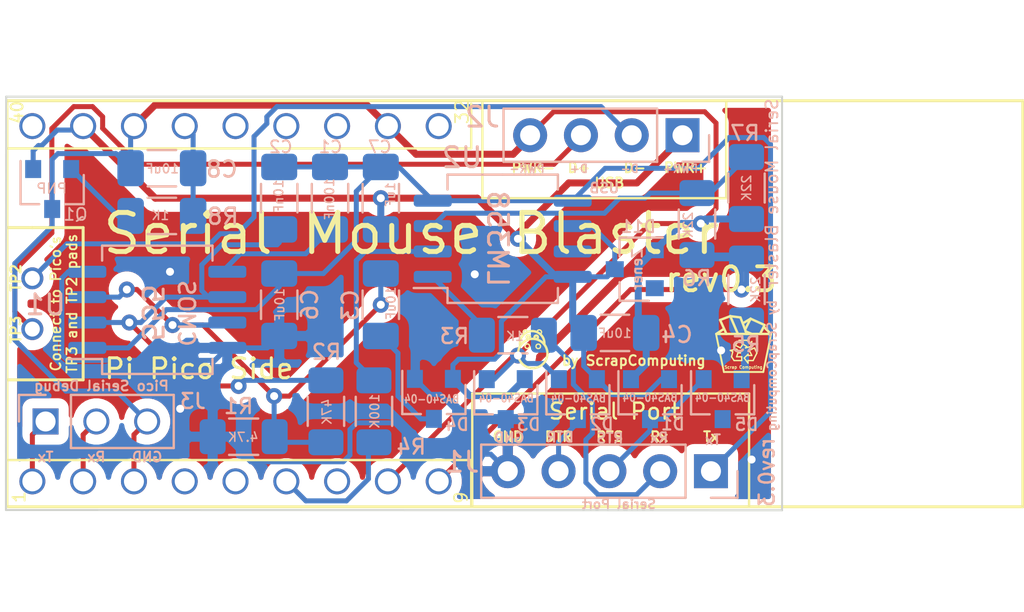
<source format=kicad_pcb>
(kicad_pcb (version 20171130) (host pcbnew 5.1.9+dfsg1-1+deb11u1)

  (general
    (thickness 1.6)
    (drawings 115)
    (tracks 277)
    (zones 0)
    (modules 28)
    (nets 24)
  )

  (page A4)
  (layers
    (0 F.Cu signal)
    (31 B.Cu signal)
    (32 B.Adhes user)
    (33 F.Adhes user)
    (34 B.Paste user)
    (35 F.Paste user)
    (36 B.SilkS user)
    (37 F.SilkS user)
    (38 B.Mask user)
    (39 F.Mask user)
    (40 Dwgs.User user)
    (41 Cmts.User user)
    (42 Eco1.User user)
    (43 Eco2.User user)
    (44 Edge.Cuts user)
    (45 Margin user)
    (46 B.CrtYd user)
    (47 F.CrtYd user)
    (48 B.Fab user)
    (49 F.Fab user)
  )

  (setup
    (last_trace_width 0.25)
    (user_trace_width 0.35)
    (trace_clearance 0.2)
    (zone_clearance 0.508)
    (zone_45_only no)
    (trace_min 0.2)
    (via_size 0.8)
    (via_drill 0.4)
    (via_min_size 0.4)
    (via_min_drill 0.3)
    (uvia_size 0.3)
    (uvia_drill 0.1)
    (uvias_allowed no)
    (uvia_min_size 0.2)
    (uvia_min_drill 0.1)
    (edge_width 0.05)
    (segment_width 0.2)
    (pcb_text_width 0.3)
    (pcb_text_size 1.5 1.5)
    (mod_edge_width 0.12)
    (mod_text_size 1 1)
    (mod_text_width 0.15)
    (pad_size 2.1 2.1)
    (pad_drill 1.1)
    (pad_to_mask_clearance 0)
    (aux_axis_origin 0 0)
    (visible_elements FFFFFF7F)
    (pcbplotparams
      (layerselection 0x010fc_ffffffff)
      (usegerberextensions false)
      (usegerberattributes true)
      (usegerberadvancedattributes true)
      (creategerberjobfile true)
      (excludeedgelayer true)
      (linewidth 0.100000)
      (plotframeref false)
      (viasonmask false)
      (mode 1)
      (useauxorigin false)
      (hpglpennumber 1)
      (hpglpenspeed 20)
      (hpglpendiameter 15.000000)
      (psnegative false)
      (psa4output false)
      (plotreference true)
      (plotvalue true)
      (plotinvisibletext false)
      (padsonsilk false)
      (subtractmaskfromsilk false)
      (outputformat 1)
      (mirror false)
      (drillshape 0)
      (scaleselection 1)
      (outputdirectory "gerbers/"))
  )

  (net 0 "")
  (net 1 /TX)
  (net 2 "Net-(C1-Pad1)")
  (net 3 "Net-(C2-Pad1)")
  (net 4 "Net-(C3-Pad2)")
  (net 5 "Net-(C3-Pad1)")
  (net 6 /GND)
  (net 7 /RTS)
  (net 8 /DTR)
  (net 9 /RX)
  (net 10 "Net-(R3-Pad1)")
  (net 11 "Net-(R4-Pad2)")
  (net 12 /RxIN)
  (net 13 /RTS_)
  (net 14 "Net-(R6-Pad2)")
  (net 15 /PWR-)
  (net 16 /D+)
  (net 17 /D-)
  (net 18 /PWR+)
  (net 19 /PicoRx)
  (net 20 /PicoTx)
  (net 21 "Net-(D5-Pad2)")
  (net 22 "Net-(C8-Pad1)")
  (net 23 "Net-(Q1-Pad2)")

  (net_class Default "This is the default net class."
    (clearance 0.2)
    (trace_width 0.25)
    (via_dia 0.8)
    (via_drill 0.4)
    (uvia_dia 0.3)
    (uvia_drill 0.1)
    (add_net /D+)
    (add_net /D-)
    (add_net /DTR)
    (add_net /GND)
    (add_net /PWR+)
    (add_net /PWR-)
    (add_net /PicoRx)
    (add_net /PicoTx)
    (add_net /RTS)
    (add_net /RTS_)
    (add_net /RX)
    (add_net /RxIN)
    (add_net /TX)
    (add_net "Net-(C1-Pad1)")
    (add_net "Net-(C2-Pad1)")
    (add_net "Net-(C3-Pad1)")
    (add_net "Net-(C3-Pad2)")
    (add_net "Net-(C8-Pad1)")
    (add_net "Net-(D5-Pad2)")
    (add_net "Net-(D5-Pad3)")
    (add_net "Net-(Q1-Pad2)")
    (add_net "Net-(R3-Pad1)")
    (add_net "Net-(R4-Pad2)")
    (add_net "Net-(R6-Pad2)")
    (add_net "Net-(U2-Pad7)")
    (add_net "Net-(U3-Pad32)")
    (add_net "Net-(U3-Pad34)")
    (add_net "Net-(U3-Pad35)")
    (add_net "Net-(U3-Pad36)")
    (add_net "Net-(U3-Pad4)")
    (add_net "Net-(U3-Pad40)")
    (add_net "Net-(U3-Pad5)")
    (add_net "Net-(U3-Pad7)")
  )

  (module Capacitor_SMD:C_1206_3216Metric_Pad1.33x1.80mm_HandSolder (layer B.Cu) (tedit 5F68FEEF) (tstamp 647D70C7)
    (at 132.8166 61.4934 180)
    (descr "Capacitor SMD 1206 (3216 Metric), square (rectangular) end terminal, IPC_7351 nominal with elongated pad for handsoldering. (Body size source: IPC-SM-782 page 76, https://www.pcb-3d.com/wordpress/wp-content/uploads/ipc-sm-782a_amendment_1_and_2.pdf), generated with kicad-footprint-generator")
    (tags "capacitor handsolder")
    (path /647E80AA)
    (attr smd)
    (fp_text reference C8 (at -2.9972 -0.0508) (layer B.SilkS)
      (effects (font (size 0.8 0.8) (thickness 0.13)) (justify mirror))
    )
    (fp_text value 10uF (at -0.0254 -0.0254) (layer B.SilkS)
      (effects (font (size 0.45 0.45) (thickness 0.075)) (justify mirror))
    )
    (fp_line (start 2.48 -1.15) (end -2.48 -1.15) (layer B.CrtYd) (width 0.05))
    (fp_line (start 2.48 1.15) (end 2.48 -1.15) (layer B.CrtYd) (width 0.05))
    (fp_line (start -2.48 1.15) (end 2.48 1.15) (layer B.CrtYd) (width 0.05))
    (fp_line (start -2.48 -1.15) (end -2.48 1.15) (layer B.CrtYd) (width 0.05))
    (fp_line (start -0.711252 -0.91) (end 0.711252 -0.91) (layer B.SilkS) (width 0.12))
    (fp_line (start -0.711252 0.91) (end 0.711252 0.91) (layer B.SilkS) (width 0.12))
    (fp_line (start 1.6 -0.8) (end -1.6 -0.8) (layer B.Fab) (width 0.1))
    (fp_line (start 1.6 0.8) (end 1.6 -0.8) (layer B.Fab) (width 0.1))
    (fp_line (start -1.6 0.8) (end 1.6 0.8) (layer B.Fab) (width 0.1))
    (fp_line (start -1.6 -0.8) (end -1.6 0.8) (layer B.Fab) (width 0.1))
    (fp_text user %R (at -2.9972 -0.0508) (layer B.Fab)
      (effects (font (size 0.8 0.8) (thickness 0.12)) (justify mirror))
    )
    (pad 2 smd roundrect (at 1.5625 0 180) (size 1.325 1.8) (layers B.Cu B.Paste B.Mask) (roundrect_rratio 0.188679)
      (net 15 /PWR-))
    (pad 1 smd roundrect (at -1.5625 0 180) (size 1.325 1.8) (layers B.Cu B.Paste B.Mask) (roundrect_rratio 0.188679)
      (net 22 "Net-(C8-Pad1)"))
    (model ${KISYS3DMOD}/Capacitor_SMD.3dshapes/C_1206_3216Metric.wrl
      (at (xyz 0 0 0))
      (scale (xyz 1 1 1))
      (rotate (xyz 0 0 0))
    )
  )

  (module Capacitor_SMD:C_1206_3216Metric_Pad1.33x1.80mm_HandSolder (layer B.Cu) (tedit 5F68FEEF) (tstamp 64907DB3)
    (at 132.8166 63.881 180)
    (descr "Capacitor SMD 1206 (3216 Metric), square (rectangular) end terminal, IPC_7351 nominal with elongated pad for handsoldering. (Body size source: IPC-SM-782 page 76, https://www.pcb-3d.com/wordpress/wp-content/uploads/ipc-sm-782a_amendment_1_and_2.pdf), generated with kicad-footprint-generator")
    (tags "capacitor handsolder")
    (path /6494F328)
    (attr smd)
    (fp_text reference R8 (at -3.048 -0.0254) (layer B.SilkS)
      (effects (font (size 0.8 0.8) (thickness 0.13)) (justify mirror))
    )
    (fp_text value 1K (at 0.0762 0.0254) (layer B.SilkS)
      (effects (font (size 0.45 0.45) (thickness 0.075)) (justify mirror))
    )
    (fp_line (start 2.48 -1.15) (end -2.48 -1.15) (layer B.CrtYd) (width 0.05))
    (fp_line (start 2.48 1.15) (end 2.48 -1.15) (layer B.CrtYd) (width 0.05))
    (fp_line (start -2.48 1.15) (end 2.48 1.15) (layer B.CrtYd) (width 0.05))
    (fp_line (start -2.48 -1.15) (end -2.48 1.15) (layer B.CrtYd) (width 0.05))
    (fp_line (start -0.711252 -0.91) (end 0.711252 -0.91) (layer B.SilkS) (width 0.12))
    (fp_line (start -0.711252 0.91) (end 0.711252 0.91) (layer B.SilkS) (width 0.12))
    (fp_line (start 1.6 -0.8) (end -1.6 -0.8) (layer B.Fab) (width 0.1))
    (fp_line (start 1.6 0.8) (end 1.6 -0.8) (layer B.Fab) (width 0.1))
    (fp_line (start -1.6 0.8) (end 1.6 0.8) (layer B.Fab) (width 0.1))
    (fp_line (start -1.6 -0.8) (end -1.6 0.8) (layer B.Fab) (width 0.1))
    (fp_text user %R (at 0 0) (layer B.Fab)
      (effects (font (size 0.8 0.8) (thickness 0.12)) (justify mirror))
    )
    (pad 2 smd roundrect (at 1.5625 0 180) (size 1.325 1.8) (layers B.Cu B.Paste B.Mask) (roundrect_rratio 0.188679)
      (net 23 "Net-(Q1-Pad2)"))
    (pad 1 smd roundrect (at -1.5625 0 180) (size 1.325 1.8) (layers B.Cu B.Paste B.Mask) (roundrect_rratio 0.188679)
      (net 22 "Net-(C8-Pad1)"))
    (model ${KISYS3DMOD}/Capacitor_SMD.3dshapes/C_1206_3216Metric.wrl
      (at (xyz 0 0 0))
      (scale (xyz 1 1 1))
      (rotate (xyz 0 0 0))
    )
  )

  (module Package_TO_SOT_SMD:SOT-23 (layer B.Cu) (tedit 5A02FF57) (tstamp 64905C9D)
    (at 127.3302 62.5348 270)
    (descr "SOT-23, Standard")
    (tags SOT-23)
    (path /6491220D)
    (attr smd)
    (fp_text reference Q1 (at 1.27 -1.1684 180) (layer B.SilkS)
      (effects (font (size 0.6 0.6) (thickness 0.09)) (justify mirror))
    )
    (fp_text value MMBTA92 (at 0 -2.5 90) (layer B.Fab)
      (effects (font (size 1 1) (thickness 0.15)) (justify mirror))
    )
    (fp_line (start 0.76 -1.58) (end -0.7 -1.58) (layer B.SilkS) (width 0.12))
    (fp_line (start 0.76 1.58) (end -1.4 1.58) (layer B.SilkS) (width 0.12))
    (fp_line (start -1.7 -1.75) (end -1.7 1.75) (layer B.CrtYd) (width 0.05))
    (fp_line (start 1.7 -1.75) (end -1.7 -1.75) (layer B.CrtYd) (width 0.05))
    (fp_line (start 1.7 1.75) (end 1.7 -1.75) (layer B.CrtYd) (width 0.05))
    (fp_line (start -1.7 1.75) (end 1.7 1.75) (layer B.CrtYd) (width 0.05))
    (fp_line (start 0.76 1.58) (end 0.76 0.65) (layer B.SilkS) (width 0.12))
    (fp_line (start 0.76 -1.58) (end 0.76 -0.65) (layer B.SilkS) (width 0.12))
    (fp_line (start -0.7 -1.52) (end 0.7 -1.52) (layer B.Fab) (width 0.1))
    (fp_line (start 0.7 1.52) (end 0.7 -1.52) (layer B.Fab) (width 0.1))
    (fp_line (start -0.7 0.95) (end -0.15 1.52) (layer B.Fab) (width 0.1))
    (fp_line (start -0.15 1.52) (end 0.7 1.52) (layer B.Fab) (width 0.1))
    (fp_line (start -0.7 0.95) (end -0.7 -1.5) (layer B.Fab) (width 0.1))
    (fp_text user %R (at 0 0 180) (layer B.Fab)
      (effects (font (size 0.5 0.5) (thickness 0.075)) (justify mirror))
    )
    (pad 3 smd rect (at 1 0 270) (size 0.9 0.8) (layers B.Cu B.Paste B.Mask)
      (net 15 /PWR-))
    (pad 2 smd rect (at -1 -0.95 270) (size 0.9 0.8) (layers B.Cu B.Paste B.Mask)
      (net 23 "Net-(Q1-Pad2)"))
    (pad 1 smd rect (at -1 0.95 270) (size 0.9 0.8) (layers B.Cu B.Paste B.Mask)
      (net 18 /PWR+))
    (model ${KISYS3DMOD}/Package_TO_SOT_SMD.3dshapes/SOT-23.wrl
      (at (xyz 0 0 0))
      (scale (xyz 1 1 1))
      (rotate (xyz 0 0 0))
    )
  )

  (module Capacitor_SMD:C_1206_3216Metric_Pad1.33x1.80mm_HandSolder (layer B.Cu) (tedit 5F68FEEF) (tstamp 6490AAE2)
    (at 138.684 62.992 90)
    (descr "Capacitor SMD 1206 (3216 Metric), square (rectangular) end terminal, IPC_7351 nominal with elongated pad for handsoldering. (Body size source: IPC-SM-782 page 76, https://www.pcb-3d.com/wordpress/wp-content/uploads/ipc-sm-782a_amendment_1_and_2.pdf), generated with kicad-footprint-generator")
    (tags "capacitor handsolder")
    (path /64CDADD9)
    (attr smd)
    (fp_text reference C2 (at 2.5654 0.0762 180) (layer B.SilkS)
      (effects (font (size 0.6 0.6) (thickness 0.09)) (justify mirror))
    )
    (fp_text value 10nF (at 0.1016 -0.0254 90) (layer B.SilkS)
      (effects (font (size 0.45 0.45) (thickness 0.075)) (justify mirror))
    )
    (fp_line (start -1.6 -0.8) (end -1.6 0.8) (layer B.Fab) (width 0.1))
    (fp_line (start -1.6 0.8) (end 1.6 0.8) (layer B.Fab) (width 0.1))
    (fp_line (start 1.6 0.8) (end 1.6 -0.8) (layer B.Fab) (width 0.1))
    (fp_line (start 1.6 -0.8) (end -1.6 -0.8) (layer B.Fab) (width 0.1))
    (fp_line (start -0.711252 0.91) (end 0.711252 0.91) (layer B.SilkS) (width 0.12))
    (fp_line (start -0.711252 -0.91) (end 0.711252 -0.91) (layer B.SilkS) (width 0.12))
    (fp_line (start -2.48 -1.15) (end -2.48 1.15) (layer B.CrtYd) (width 0.05))
    (fp_line (start -2.48 1.15) (end 2.48 1.15) (layer B.CrtYd) (width 0.05))
    (fp_line (start 2.48 1.15) (end 2.48 -1.15) (layer B.CrtYd) (width 0.05))
    (fp_line (start 2.48 -1.15) (end -2.48 -1.15) (layer B.CrtYd) (width 0.05))
    (fp_text user %R (at 0 0 90) (layer B.Fab)
      (effects (font (size 0.8 0.8) (thickness 0.12)) (justify mirror))
    )
    (pad 2 smd roundrect (at 1.5625 0 90) (size 1.325 1.8) (layers B.Cu B.Paste B.Mask) (roundrect_rratio 0.188679)
      (net 1 /TX))
    (pad 1 smd roundrect (at -1.5625 0 90) (size 1.325 1.8) (layers B.Cu B.Paste B.Mask) (roundrect_rratio 0.188679)
      (net 3 "Net-(C2-Pad1)"))
    (model ${KISYS3DMOD}/Capacitor_SMD.3dshapes/C_1206_3216Metric.wrl
      (at (xyz 0 0 0))
      (scale (xyz 1 1 1))
      (rotate (xyz 0 0 0))
    )
  )

  (module Package_SO:SO-8_5.3x6.2mm_P1.27mm (layer B.Cu) (tedit 5EA5315B) (tstamp 648FBCC8)
    (at 149.86 65.024)
    (descr "SO, 8 Pin (https://www.ti.com/lit/ml/msop001a/msop001a.pdf), generated with kicad-footprint-generator ipc_gullwing_generator.py")
    (tags "SO SO")
    (path /6473E5F1)
    (attr smd)
    (fp_text reference U2 (at -2.032 -4.064) (layer B.SilkS)
      (effects (font (size 1 1) (thickness 0.15)) (justify mirror))
    )
    (fp_text value LM358 (at 0 -4.05) (layer B.Fab)
      (effects (font (size 1 1) (thickness 0.15)) (justify mirror))
    )
    (fp_line (start 4.7 3.35) (end -4.7 3.35) (layer B.CrtYd) (width 0.05))
    (fp_line (start 4.7 -3.35) (end 4.7 3.35) (layer B.CrtYd) (width 0.05))
    (fp_line (start -4.7 -3.35) (end 4.7 -3.35) (layer B.CrtYd) (width 0.05))
    (fp_line (start -4.7 3.35) (end -4.7 -3.35) (layer B.CrtYd) (width 0.05))
    (fp_line (start -2.65 2.1) (end -1.65 3.1) (layer B.Fab) (width 0.1))
    (fp_line (start -2.65 -3.1) (end -2.65 2.1) (layer B.Fab) (width 0.1))
    (fp_line (start 2.65 -3.1) (end -2.65 -3.1) (layer B.Fab) (width 0.1))
    (fp_line (start 2.65 3.1) (end 2.65 -3.1) (layer B.Fab) (width 0.1))
    (fp_line (start -1.65 3.1) (end 2.65 3.1) (layer B.Fab) (width 0.1))
    (fp_line (start -2.76 2.465) (end -4.45 2.465) (layer B.SilkS) (width 0.12))
    (fp_line (start -2.76 3.21) (end -2.76 2.465) (layer B.SilkS) (width 0.12))
    (fp_line (start 0 3.21) (end -2.76 3.21) (layer B.SilkS) (width 0.12))
    (fp_line (start 2.76 3.21) (end 2.76 2.465) (layer B.SilkS) (width 0.12))
    (fp_line (start 0 3.21) (end 2.76 3.21) (layer B.SilkS) (width 0.12))
    (fp_line (start -2.76 -3.21) (end -2.76 -2.465) (layer B.SilkS) (width 0.12))
    (fp_line (start 0 -3.21) (end -2.76 -3.21) (layer B.SilkS) (width 0.12))
    (fp_line (start 2.76 -3.21) (end 2.76 -2.465) (layer B.SilkS) (width 0.12))
    (fp_line (start 0 -3.21) (end 2.76 -3.21) (layer B.SilkS) (width 0.12))
    (fp_text user %R (at 0 0) (layer B.Fab)
      (effects (font (size 1 1) (thickness 0.15)) (justify mirror))
    )
    (pad 8 smd roundrect (at 3.5 1.905) (size 1.9 0.6) (layers B.Cu B.Paste B.Mask) (roundrect_rratio 0.25)
      (net 18 /PWR+))
    (pad 7 smd roundrect (at 3.5 0.635) (size 1.9 0.6) (layers B.Cu B.Paste B.Mask) (roundrect_rratio 0.25))
    (pad 6 smd roundrect (at 3.5 -0.635) (size 1.9 0.6) (layers B.Cu B.Paste B.Mask) (roundrect_rratio 0.25)
      (net 18 /PWR+))
    (pad 5 smd roundrect (at 3.5 -1.905) (size 1.9 0.6) (layers B.Cu B.Paste B.Mask) (roundrect_rratio 0.25)
      (net 1 /TX))
    (pad 4 smd roundrect (at -3.5 -1.905) (size 1.9 0.6) (layers B.Cu B.Paste B.Mask) (roundrect_rratio 0.25)
      (net 1 /TX))
    (pad 3 smd roundrect (at -3.5 -0.635) (size 1.9 0.6) (layers B.Cu B.Paste B.Mask) (roundrect_rratio 0.25)
      (net 14 "Net-(R6-Pad2)"))
    (pad 2 smd roundrect (at -3.5 0.635) (size 1.9 0.6) (layers B.Cu B.Paste B.Mask) (roundrect_rratio 0.25)
      (net 11 "Net-(R4-Pad2)"))
    (pad 1 smd roundrect (at -3.5 1.905) (size 1.9 0.6) (layers B.Cu B.Paste B.Mask) (roundrect_rratio 0.25)
      (net 10 "Net-(R3-Pad1)"))
    (model ${KISYS3DMOD}/Package_SO.3dshapes/SO-8_5.3x6.2mm_P1.27mm.wrl
      (at (xyz 0 0 0))
      (scale (xyz 1 1 1))
      (rotate (xyz 0 0 0))
    )
  )

  (module Package_SO:SO-8_5.3x6.2mm_P1.27mm (layer B.Cu) (tedit 5EA5315B) (tstamp 648FF229)
    (at 132.588 68.58)
    (descr "SO, 8 Pin (https://www.ti.com/lit/ml/msop001a/msop001a.pdf), generated with kicad-footprint-generator ipc_gullwing_generator.py")
    (tags "SO SO")
    (path /64CBB365)
    (attr smd)
    (fp_text reference U1 (at -5.588 -0.254) (layer B.SilkS)
      (effects (font (size 1 1) (thickness 0.15)) (justify mirror))
    )
    (fp_text value ICM7555xP (at 0 -4.05) (layer B.Fab)
      (effects (font (size 1 1) (thickness 0.15)) (justify mirror))
    )
    (fp_line (start 4.7 3.35) (end -4.7 3.35) (layer B.CrtYd) (width 0.05))
    (fp_line (start 4.7 -3.35) (end 4.7 3.35) (layer B.CrtYd) (width 0.05))
    (fp_line (start -4.7 -3.35) (end 4.7 -3.35) (layer B.CrtYd) (width 0.05))
    (fp_line (start -4.7 3.35) (end -4.7 -3.35) (layer B.CrtYd) (width 0.05))
    (fp_line (start -2.65 2.1) (end -1.65 3.1) (layer B.Fab) (width 0.1))
    (fp_line (start -2.65 -3.1) (end -2.65 2.1) (layer B.Fab) (width 0.1))
    (fp_line (start 2.65 -3.1) (end -2.65 -3.1) (layer B.Fab) (width 0.1))
    (fp_line (start 2.65 3.1) (end 2.65 -3.1) (layer B.Fab) (width 0.1))
    (fp_line (start -1.65 3.1) (end 2.65 3.1) (layer B.Fab) (width 0.1))
    (fp_line (start -2.76 2.465) (end -4.45 2.465) (layer B.SilkS) (width 0.12))
    (fp_line (start -2.76 3.21) (end -2.76 2.465) (layer B.SilkS) (width 0.12))
    (fp_line (start 0 3.21) (end -2.76 3.21) (layer B.SilkS) (width 0.12))
    (fp_line (start 2.76 3.21) (end 2.76 2.465) (layer B.SilkS) (width 0.12))
    (fp_line (start 0 3.21) (end 2.76 3.21) (layer B.SilkS) (width 0.12))
    (fp_line (start -2.76 -3.21) (end -2.76 -2.465) (layer B.SilkS) (width 0.12))
    (fp_line (start 0 -3.21) (end -2.76 -3.21) (layer B.SilkS) (width 0.12))
    (fp_line (start 2.76 -3.21) (end 2.76 -2.465) (layer B.SilkS) (width 0.12))
    (fp_line (start 0 -3.21) (end 2.76 -3.21) (layer B.SilkS) (width 0.12))
    (fp_text user %R (at 0 0) (layer B.Fab)
      (effects (font (size 1 1) (thickness 0.15)) (justify mirror))
    )
    (pad 8 smd roundrect (at 3.5 1.905) (size 1.9 0.6) (layers B.Cu B.Paste B.Mask) (roundrect_rratio 0.25)
      (net 6 /GND))
    (pad 7 smd roundrect (at 3.5 0.635) (size 1.9 0.6) (layers B.Cu B.Paste B.Mask) (roundrect_rratio 0.25)
      (net 4 "Net-(C3-Pad2)"))
    (pad 6 smd roundrect (at 3.5 -0.635) (size 1.9 0.6) (layers B.Cu B.Paste B.Mask) (roundrect_rratio 0.25)
      (net 3 "Net-(C2-Pad1)"))
    (pad 5 smd roundrect (at 3.5 -1.905) (size 1.9 0.6) (layers B.Cu B.Paste B.Mask) (roundrect_rratio 0.25)
      (net 2 "Net-(C1-Pad1)"))
    (pad 4 smd roundrect (at -3.5 -1.905) (size 1.9 0.6) (layers B.Cu B.Paste B.Mask) (roundrect_rratio 0.25)
      (net 6 /GND))
    (pad 3 smd roundrect (at -3.5 -0.635) (size 1.9 0.6) (layers B.Cu B.Paste B.Mask) (roundrect_rratio 0.25)
      (net 4 "Net-(C3-Pad2)"))
    (pad 2 smd roundrect (at -3.5 0.635) (size 1.9 0.6) (layers B.Cu B.Paste B.Mask) (roundrect_rratio 0.25)
      (net 3 "Net-(C2-Pad1)"))
    (pad 1 smd roundrect (at -3.5 1.905) (size 1.9 0.6) (layers B.Cu B.Paste B.Mask) (roundrect_rratio 0.25)
      (net 1 /TX))
    (model ${KISYS3DMOD}/Package_SO.3dshapes/SO-8_5.3x6.2mm_P1.27mm.wrl
      (at (xyz 0 0 0))
      (scale (xyz 1 1 1))
      (rotate (xyz 0 0 0))
    )
  )

  (module Diode_SMD:D_SOT-23_ANK (layer B.Cu) (tedit 587CCEF9) (tstamp 647F52CC)
    (at 156.464 66.548 180)
    (descr "SOT-23, Single Diode")
    (tags SOT-23)
    (path /64DA38E7)
    (attr smd)
    (fp_text reference D11 (at -0.1778 2.1336) (layer B.SilkS)
      (effects (font (size 0.6 0.6) (thickness 0.1)) (justify mirror))
    )
    (fp_text value BZX84-C5V1 (at 0 -2.5) (layer B.Fab)
      (effects (font (size 1 1) (thickness 0.15)) (justify mirror))
    )
    (fp_line (start 0.76 -1.58) (end -0.7 -1.58) (layer B.SilkS) (width 0.12))
    (fp_line (start -0.7 1.52) (end -0.7 -1.52) (layer B.Fab) (width 0.1))
    (fp_line (start -0.7 1.52) (end 0.7 1.52) (layer B.Fab) (width 0.1))
    (fp_line (start 0.76 1.58) (end -1.4 1.58) (layer B.SilkS) (width 0.12))
    (fp_line (start -1.7 -1.75) (end -1.7 1.75) (layer B.CrtYd) (width 0.05))
    (fp_line (start 1.7 -1.75) (end -1.7 -1.75) (layer B.CrtYd) (width 0.05))
    (fp_line (start 1.7 1.75) (end 1.7 -1.75) (layer B.CrtYd) (width 0.05))
    (fp_line (start -1.7 1.75) (end 1.7 1.75) (layer B.CrtYd) (width 0.05))
    (fp_line (start -0.7 -1.52) (end 0.7 -1.52) (layer B.Fab) (width 0.1))
    (fp_line (start 0.7 1.52) (end 0.7 -1.52) (layer B.Fab) (width 0.1))
    (fp_line (start 0.76 1.58) (end 0.76 0.65) (layer B.SilkS) (width 0.12))
    (fp_line (start 0.76 -1.58) (end 0.76 -0.65) (layer B.SilkS) (width 0.12))
    (fp_line (start 0.15 0.65) (end 0.15 0.25) (layer B.Fab) (width 0.1))
    (fp_line (start 0.15 0.45) (end 0.4 0.45) (layer B.Fab) (width 0.1))
    (fp_line (start 0.15 0.45) (end -0.15 0.65) (layer B.Fab) (width 0.1))
    (fp_line (start -0.15 0.65) (end -0.15 0.25) (layer B.Fab) (width 0.1))
    (fp_line (start -0.15 0.25) (end 0.15 0.45) (layer B.Fab) (width 0.1))
    (fp_line (start -0.15 0.45) (end -0.4 0.45) (layer B.Fab) (width 0.1))
    (fp_text user %R (at 0 2.5) (layer B.Fab)
      (effects (font (size 1 1) (thickness 0.15)) (justify mirror))
    )
    (pad 1 smd rect (at 1 0 180) (size 0.9 0.8) (layers B.Cu B.Paste B.Mask)
      (net 18 /PWR+))
    (pad "" smd rect (at -1 -0.95 180) (size 0.9 0.8) (layers B.Cu B.Paste B.Mask))
    (pad 2 smd rect (at -1 0.95 180) (size 0.9 0.8) (layers B.Cu B.Paste B.Mask)
      (net 15 /PWR-))
    (model ${KISYS3DMOD}/Diode_SMD.3dshapes/D_SOT-23.wrl
      (at (xyz 0 0 0))
      (scale (xyz 1 1 1))
      (rotate (xyz 0 0 0))
    )
  )

  (module Capacitor_SMD:C_1206_3216Metric_Pad1.33x1.80mm_HandSolder (layer B.Cu) (tedit 5F68FEEF) (tstamp 647F32BE)
    (at 143.764 68.326 90)
    (descr "Capacitor SMD 1206 (3216 Metric), square (rectangular) end terminal, IPC_7351 nominal with elongated pad for handsoldering. (Body size source: IPC-SM-782 page 76, https://www.pcb-3d.com/wordpress/wp-content/uploads/ipc-sm-782a_amendment_1_and_2.pdf), generated with kicad-footprint-generator")
    (tags "capacitor handsolder")
    (path /64CC957E)
    (attr smd)
    (fp_text reference C3 (at -0.0254 -1.524 90) (layer B.SilkS)
      (effects (font (size 0.8 0.8) (thickness 0.13)) (justify mirror))
    )
    (fp_text value 10uF (at 0.0762 0.508 90) (layer B.SilkS)
      (effects (font (size 0.45 0.45) (thickness 0.075)) (justify mirror))
    )
    (fp_line (start 2.48 -1.15) (end -2.48 -1.15) (layer B.CrtYd) (width 0.05))
    (fp_line (start 2.48 1.15) (end 2.48 -1.15) (layer B.CrtYd) (width 0.05))
    (fp_line (start -2.48 1.15) (end 2.48 1.15) (layer B.CrtYd) (width 0.05))
    (fp_line (start -2.48 -1.15) (end -2.48 1.15) (layer B.CrtYd) (width 0.05))
    (fp_line (start -0.711252 -0.91) (end 0.711252 -0.91) (layer B.SilkS) (width 0.12))
    (fp_line (start -0.711252 0.91) (end 0.711252 0.91) (layer B.SilkS) (width 0.12))
    (fp_line (start 1.6 -0.8) (end -1.6 -0.8) (layer B.Fab) (width 0.1))
    (fp_line (start 1.6 0.8) (end 1.6 -0.8) (layer B.Fab) (width 0.1))
    (fp_line (start -1.6 0.8) (end 1.6 0.8) (layer B.Fab) (width 0.1))
    (fp_line (start -1.6 -0.8) (end -1.6 0.8) (layer B.Fab) (width 0.1))
    (fp_text user %R (at 0 0 90) (layer B.Fab)
      (effects (font (size 0.8 0.8) (thickness 0.12)) (justify mirror))
    )
    (pad 2 smd roundrect (at 1.5625 0 90) (size 1.325 1.8) (layers B.Cu B.Paste B.Mask) (roundrect_rratio 0.188679)
      (net 4 "Net-(C3-Pad2)"))
    (pad 1 smd roundrect (at -1.5625 0 90) (size 1.325 1.8) (layers B.Cu B.Paste B.Mask) (roundrect_rratio 0.188679)
      (net 5 "Net-(C3-Pad1)"))
    (model ${KISYS3DMOD}/Capacitor_SMD.3dshapes/C_1206_3216Metric.wrl
      (at (xyz 0 0 0))
      (scale (xyz 1 1 1))
      (rotate (xyz 0 0 0))
    )
  )

  (module Package_TO_SOT_SMD:SOT-23 (layer B.Cu) (tedit 5A02FF57) (tstamp 648F7928)
    (at 160.8582 73.0504 270)
    (descr "SOT-23, Standard")
    (tags SOT-23)
    (path /64B4A33F)
    (attr smd)
    (fp_text reference D5 (at 1.27 -1.1938 180) (layer B.SilkS)
      (effects (font (size 0.6 0.6) (thickness 0.11)) (justify mirror))
    )
    (fp_text value BAS40-04 (at 0 -2.5 90) (layer B.Fab)
      (effects (font (size 1 1) (thickness 0.15)) (justify mirror))
    )
    (fp_line (start 0.76 -1.58) (end -0.7 -1.58) (layer B.SilkS) (width 0.12))
    (fp_line (start 0.76 1.58) (end -1.4 1.58) (layer B.SilkS) (width 0.12))
    (fp_line (start -1.7 -1.75) (end -1.7 1.75) (layer B.CrtYd) (width 0.05))
    (fp_line (start 1.7 -1.75) (end -1.7 -1.75) (layer B.CrtYd) (width 0.05))
    (fp_line (start 1.7 1.75) (end 1.7 -1.75) (layer B.CrtYd) (width 0.05))
    (fp_line (start -1.7 1.75) (end 1.7 1.75) (layer B.CrtYd) (width 0.05))
    (fp_line (start 0.76 1.58) (end 0.76 0.65) (layer B.SilkS) (width 0.12))
    (fp_line (start 0.76 -1.58) (end 0.76 -0.65) (layer B.SilkS) (width 0.12))
    (fp_line (start -0.7 -1.52) (end 0.7 -1.52) (layer B.Fab) (width 0.1))
    (fp_line (start 0.7 1.52) (end 0.7 -1.52) (layer B.Fab) (width 0.1))
    (fp_line (start -0.7 0.95) (end -0.15 1.52) (layer B.Fab) (width 0.1))
    (fp_line (start -0.15 1.52) (end 0.7 1.52) (layer B.Fab) (width 0.1))
    (fp_line (start -0.7 0.95) (end -0.7 -1.5) (layer B.Fab) (width 0.1))
    (fp_text user %R (at 0 0 180) (layer B.Fab)
      (effects (font (size 0.5 0.5) (thickness 0.075)) (justify mirror))
    )
    (pad 3 smd rect (at 1 0 270) (size 0.9 0.8) (layers B.Cu B.Paste B.Mask))
    (pad 2 smd rect (at -1 -0.95 270) (size 0.9 0.8) (layers B.Cu B.Paste B.Mask)
      (net 21 "Net-(D5-Pad2)"))
    (pad 1 smd rect (at -1 0.95 270) (size 0.9 0.8) (layers B.Cu B.Paste B.Mask)
      (net 7 /RTS))
    (model ${KISYS3DMOD}/Package_TO_SOT_SMD.3dshapes/SOT-23.wrl
      (at (xyz 0 0 0))
      (scale (xyz 1 1 1))
      (rotate (xyz 0 0 0))
    )
  )

  (module Package_TO_SOT_SMD:SOT-23 (layer B.Cu) (tedit 5A02FF57) (tstamp 648F7913)
    (at 146.4183 73.0377 270)
    (descr "SOT-23, Standard")
    (tags SOT-23)
    (path /64B265D0)
    (attr smd)
    (fp_text reference D4 (at 1.2827 -1.1557 180) (layer B.SilkS)
      (effects (font (size 0.6 0.6) (thickness 0.11)) (justify mirror))
    )
    (fp_text value BAS40-04 (at 0 -2.5 90) (layer B.Fab)
      (effects (font (size 1 1) (thickness 0.15)) (justify mirror))
    )
    (fp_line (start 0.76 -1.58) (end -0.7 -1.58) (layer B.SilkS) (width 0.12))
    (fp_line (start 0.76 1.58) (end -1.4 1.58) (layer B.SilkS) (width 0.12))
    (fp_line (start -1.7 -1.75) (end -1.7 1.75) (layer B.CrtYd) (width 0.05))
    (fp_line (start 1.7 -1.75) (end -1.7 -1.75) (layer B.CrtYd) (width 0.05))
    (fp_line (start 1.7 1.75) (end 1.7 -1.75) (layer B.CrtYd) (width 0.05))
    (fp_line (start -1.7 1.75) (end 1.7 1.75) (layer B.CrtYd) (width 0.05))
    (fp_line (start 0.76 1.58) (end 0.76 0.65) (layer B.SilkS) (width 0.12))
    (fp_line (start 0.76 -1.58) (end 0.76 -0.65) (layer B.SilkS) (width 0.12))
    (fp_line (start -0.7 -1.52) (end 0.7 -1.52) (layer B.Fab) (width 0.1))
    (fp_line (start 0.7 1.52) (end 0.7 -1.52) (layer B.Fab) (width 0.1))
    (fp_line (start -0.7 0.95) (end -0.15 1.52) (layer B.Fab) (width 0.1))
    (fp_line (start -0.15 1.52) (end 0.7 1.52) (layer B.Fab) (width 0.1))
    (fp_line (start -0.7 0.95) (end -0.7 -1.5) (layer B.Fab) (width 0.1))
    (fp_text user %R (at 0 0 180) (layer B.Fab)
      (effects (font (size 0.5 0.5) (thickness 0.075)) (justify mirror))
    )
    (pad 3 smd rect (at 1 0 270) (size 0.9 0.8) (layers B.Cu B.Paste B.Mask)
      (net 5 "Net-(C3-Pad1)"))
    (pad 2 smd rect (at -1 -0.95 270) (size 0.9 0.8) (layers B.Cu B.Paste B.Mask)
      (net 18 /PWR+))
    (pad 1 smd rect (at -1 0.95 270) (size 0.9 0.8) (layers B.Cu B.Paste B.Mask)
      (net 6 /GND))
    (model ${KISYS3DMOD}/Package_TO_SOT_SMD.3dshapes/SOT-23.wrl
      (at (xyz 0 0 0))
      (scale (xyz 1 1 1))
      (rotate (xyz 0 0 0))
    )
  )

  (module Package_TO_SOT_SMD:SOT-23 (layer B.Cu) (tedit 5A02FF57) (tstamp 648F78FE)
    (at 150.0124 73.0504 270)
    (descr "SOT-23, Standard")
    (tags SOT-23)
    (path /6494A88E)
    (attr smd)
    (fp_text reference D3 (at 1.27 -1.143 180) (layer B.SilkS)
      (effects (font (size 0.6 0.6) (thickness 0.11)) (justify mirror))
    )
    (fp_text value BAS40-04 (at 0 -2.5 90) (layer B.Fab)
      (effects (font (size 1 1) (thickness 0.15)) (justify mirror))
    )
    (fp_line (start 0.76 -1.58) (end -0.7 -1.58) (layer B.SilkS) (width 0.12))
    (fp_line (start 0.76 1.58) (end -1.4 1.58) (layer B.SilkS) (width 0.12))
    (fp_line (start -1.7 -1.75) (end -1.7 1.75) (layer B.CrtYd) (width 0.05))
    (fp_line (start 1.7 -1.75) (end -1.7 -1.75) (layer B.CrtYd) (width 0.05))
    (fp_line (start 1.7 1.75) (end 1.7 -1.75) (layer B.CrtYd) (width 0.05))
    (fp_line (start -1.7 1.75) (end 1.7 1.75) (layer B.CrtYd) (width 0.05))
    (fp_line (start 0.76 1.58) (end 0.76 0.65) (layer B.SilkS) (width 0.12))
    (fp_line (start 0.76 -1.58) (end 0.76 -0.65) (layer B.SilkS) (width 0.12))
    (fp_line (start -0.7 -1.52) (end 0.7 -1.52) (layer B.Fab) (width 0.1))
    (fp_line (start 0.7 1.52) (end 0.7 -1.52) (layer B.Fab) (width 0.1))
    (fp_line (start -0.7 0.95) (end -0.15 1.52) (layer B.Fab) (width 0.1))
    (fp_line (start -0.15 1.52) (end 0.7 1.52) (layer B.Fab) (width 0.1))
    (fp_line (start -0.7 0.95) (end -0.7 -1.5) (layer B.Fab) (width 0.1))
    (fp_text user %R (at 0 0 180) (layer B.Fab)
      (effects (font (size 0.5 0.5) (thickness 0.075)) (justify mirror))
    )
    (pad 3 smd rect (at 1 0 270) (size 0.9 0.8) (layers B.Cu B.Paste B.Mask)
      (net 6 /GND))
    (pad 2 smd rect (at -1 -0.95 270) (size 0.9 0.8) (layers B.Cu B.Paste B.Mask)
      (net 18 /PWR+))
    (pad 1 smd rect (at -1 0.95 270) (size 0.9 0.8) (layers B.Cu B.Paste B.Mask)
      (net 15 /PWR-))
    (model ${KISYS3DMOD}/Package_TO_SOT_SMD.3dshapes/SOT-23.wrl
      (at (xyz 0 0 0))
      (scale (xyz 1 1 1))
      (rotate (xyz 0 0 0))
    )
  )

  (module Package_TO_SOT_SMD:SOT-23 (layer B.Cu) (tedit 5A02FF57) (tstamp 648F78E9)
    (at 153.6192 73.0504 270)
    (descr "SOT-23, Standard")
    (tags SOT-23)
    (path /64938BAA)
    (attr smd)
    (fp_text reference D2 (at 1.2446 -1.1938 180) (layer B.SilkS)
      (effects (font (size 0.6 0.6) (thickness 0.11)) (justify mirror))
    )
    (fp_text value BAS40-04 (at 0 -2.5 90) (layer B.Fab)
      (effects (font (size 1 1) (thickness 0.15)) (justify mirror))
    )
    (fp_line (start 0.76 -1.58) (end -0.7 -1.58) (layer B.SilkS) (width 0.12))
    (fp_line (start 0.76 1.58) (end -1.4 1.58) (layer B.SilkS) (width 0.12))
    (fp_line (start -1.7 -1.75) (end -1.7 1.75) (layer B.CrtYd) (width 0.05))
    (fp_line (start 1.7 -1.75) (end -1.7 -1.75) (layer B.CrtYd) (width 0.05))
    (fp_line (start 1.7 1.75) (end 1.7 -1.75) (layer B.CrtYd) (width 0.05))
    (fp_line (start -1.7 1.75) (end 1.7 1.75) (layer B.CrtYd) (width 0.05))
    (fp_line (start 0.76 1.58) (end 0.76 0.65) (layer B.SilkS) (width 0.12))
    (fp_line (start 0.76 -1.58) (end 0.76 -0.65) (layer B.SilkS) (width 0.12))
    (fp_line (start -0.7 -1.52) (end 0.7 -1.52) (layer B.Fab) (width 0.1))
    (fp_line (start 0.7 1.52) (end 0.7 -1.52) (layer B.Fab) (width 0.1))
    (fp_line (start -0.7 0.95) (end -0.15 1.52) (layer B.Fab) (width 0.1))
    (fp_line (start -0.15 1.52) (end 0.7 1.52) (layer B.Fab) (width 0.1))
    (fp_line (start -0.7 0.95) (end -0.7 -1.5) (layer B.Fab) (width 0.1))
    (fp_text user %R (at 0 0 180) (layer B.Fab)
      (effects (font (size 0.5 0.5) (thickness 0.075)) (justify mirror))
    )
    (pad 3 smd rect (at 1 0 270) (size 0.9 0.8) (layers B.Cu B.Paste B.Mask)
      (net 8 /DTR))
    (pad 2 smd rect (at -1 -0.95 270) (size 0.9 0.8) (layers B.Cu B.Paste B.Mask)
      (net 18 /PWR+))
    (pad 1 smd rect (at -1 0.95 270) (size 0.9 0.8) (layers B.Cu B.Paste B.Mask)
      (net 15 /PWR-))
    (model ${KISYS3DMOD}/Package_TO_SOT_SMD.3dshapes/SOT-23.wrl
      (at (xyz 0 0 0))
      (scale (xyz 1 1 1))
      (rotate (xyz 0 0 0))
    )
  )

  (module Package_TO_SOT_SMD:SOT-23 (layer B.Cu) (tedit 5A02FF57) (tstamp 648F78D4)
    (at 157.226 73.0504 270)
    (descr "SOT-23, Standard")
    (tags SOT-23)
    (path /649742F4)
    (attr smd)
    (fp_text reference D1 (at 1.2446 -1.143) (layer B.SilkS)
      (effects (font (size 0.6 0.6) (thickness 0.11)) (justify mirror))
    )
    (fp_text value BAS40-04 (at 0 -2.5 270) (layer B.Fab)
      (effects (font (size 1 1) (thickness 0.15)) (justify mirror))
    )
    (fp_line (start 0.76 -1.58) (end -0.7 -1.58) (layer B.SilkS) (width 0.12))
    (fp_line (start 0.76 1.58) (end -1.4 1.58) (layer B.SilkS) (width 0.12))
    (fp_line (start -1.7 -1.75) (end -1.7 1.75) (layer B.CrtYd) (width 0.05))
    (fp_line (start 1.7 -1.75) (end -1.7 -1.75) (layer B.CrtYd) (width 0.05))
    (fp_line (start 1.7 1.75) (end 1.7 -1.75) (layer B.CrtYd) (width 0.05))
    (fp_line (start -1.7 1.75) (end 1.7 1.75) (layer B.CrtYd) (width 0.05))
    (fp_line (start 0.76 1.58) (end 0.76 0.65) (layer B.SilkS) (width 0.12))
    (fp_line (start 0.76 -1.58) (end 0.76 -0.65) (layer B.SilkS) (width 0.12))
    (fp_line (start -0.7 -1.52) (end 0.7 -1.52) (layer B.Fab) (width 0.1))
    (fp_line (start 0.7 1.52) (end 0.7 -1.52) (layer B.Fab) (width 0.1))
    (fp_line (start -0.7 0.95) (end -0.15 1.52) (layer B.Fab) (width 0.1))
    (fp_line (start -0.15 1.52) (end 0.7 1.52) (layer B.Fab) (width 0.1))
    (fp_line (start -0.7 0.95) (end -0.7 -1.5) (layer B.Fab) (width 0.1))
    (fp_text user %R (at 0 0) (layer B.Fab)
      (effects (font (size 0.5 0.5) (thickness 0.075)) (justify mirror))
    )
    (pad 3 smd rect (at 1 0 270) (size 0.9 0.8) (layers B.Cu B.Paste B.Mask)
      (net 7 /RTS))
    (pad 2 smd rect (at -1 -0.95 270) (size 0.9 0.8) (layers B.Cu B.Paste B.Mask)
      (net 18 /PWR+))
    (pad 1 smd rect (at -1 0.95 270) (size 0.9 0.8) (layers B.Cu B.Paste B.Mask)
      (net 15 /PWR-))
    (model ${KISYS3DMOD}/Package_TO_SOT_SMD.3dshapes/SOT-23.wrl
      (at (xyz 0 0 0))
      (scale (xyz 1 1 1))
      (rotate (xyz 0 0 0))
    )
  )

  (module Capacitor_SMD:C_1206_3216Metric_Pad1.33x1.80mm_HandSolder (layer B.Cu) (tedit 5F68FEEF) (tstamp 647F38EF)
    (at 138.684 68.326 90)
    (descr "Capacitor SMD 1206 (3216 Metric), square (rectangular) end terminal, IPC_7351 nominal with elongated pad for handsoldering. (Body size source: IPC-SM-782 page 76, https://www.pcb-3d.com/wordpress/wp-content/uploads/ipc-sm-782a_amendment_1_and_2.pdf), generated with kicad-footprint-generator")
    (tags "capacitor handsolder")
    (path /64D7B06C)
    (attr smd)
    (fp_text reference C6 (at 0 1.524 90) (layer B.SilkS)
      (effects (font (size 0.8 0.8) (thickness 0.13)) (justify mirror))
    )
    (fp_text value 10uF (at 0 0.0254 90) (layer B.SilkS)
      (effects (font (size 0.45 0.45) (thickness 0.075)) (justify mirror))
    )
    (fp_line (start 2.48 -1.15) (end -2.48 -1.15) (layer B.CrtYd) (width 0.05))
    (fp_line (start 2.48 1.15) (end 2.48 -1.15) (layer B.CrtYd) (width 0.05))
    (fp_line (start -2.48 1.15) (end 2.48 1.15) (layer B.CrtYd) (width 0.05))
    (fp_line (start -2.48 -1.15) (end -2.48 1.15) (layer B.CrtYd) (width 0.05))
    (fp_line (start -0.711252 -0.91) (end 0.711252 -0.91) (layer B.SilkS) (width 0.12))
    (fp_line (start -0.711252 0.91) (end 0.711252 0.91) (layer B.SilkS) (width 0.12))
    (fp_line (start 1.6 -0.8) (end -1.6 -0.8) (layer B.Fab) (width 0.1))
    (fp_line (start 1.6 0.8) (end 1.6 -0.8) (layer B.Fab) (width 0.1))
    (fp_line (start -1.6 0.8) (end 1.6 0.8) (layer B.Fab) (width 0.1))
    (fp_line (start -1.6 -0.8) (end -1.6 0.8) (layer B.Fab) (width 0.1))
    (fp_text user %R (at 0 0 90) (layer B.Fab)
      (effects (font (size 0.8 0.8) (thickness 0.12)) (justify mirror))
    )
    (pad 2 smd roundrect (at 1.5625 0 90) (size 1.325 1.8) (layers B.Cu B.Paste B.Mask) (roundrect_rratio 0.188679)
      (net 1 /TX))
    (pad 1 smd roundrect (at -1.5625 0 90) (size 1.325 1.8) (layers B.Cu B.Paste B.Mask) (roundrect_rratio 0.188679)
      (net 6 /GND))
    (model ${KISYS3DMOD}/Capacitor_SMD.3dshapes/C_1206_3216Metric.wrl
      (at (xyz 0 0 0))
      (scale (xyz 1 1 1))
      (rotate (xyz 0 0 0))
    )
  )

  (module Capacitor_SMD:C_1206_3216Metric_Pad1.33x1.80mm_HandSolder (layer B.Cu) (tedit 5F68FEEF) (tstamp 647D6F41)
    (at 155.4734 69.7357)
    (descr "Capacitor SMD 1206 (3216 Metric), square (rectangular) end terminal, IPC_7351 nominal with elongated pad for handsoldering. (Body size source: IPC-SM-782 page 76, https://www.pcb-3d.com/wordpress/wp-content/uploads/ipc-sm-782a_amendment_1_and_2.pdf), generated with kicad-footprint-generator")
    (tags "capacitor handsolder")
    (path /64762B46)
    (attr smd)
    (fp_text reference C4 (at 3.0988 0.0889) (layer B.SilkS)
      (effects (font (size 0.8 0.8) (thickness 0.13)) (justify mirror))
    )
    (fp_text value 10uF (at 0 0.0127) (layer B.SilkS)
      (effects (font (size 0.45 0.45) (thickness 0.075)) (justify mirror))
    )
    (fp_line (start 2.48 -1.15) (end -2.48 -1.15) (layer B.CrtYd) (width 0.05))
    (fp_line (start 2.48 1.15) (end 2.48 -1.15) (layer B.CrtYd) (width 0.05))
    (fp_line (start -2.48 1.15) (end 2.48 1.15) (layer B.CrtYd) (width 0.05))
    (fp_line (start -2.48 -1.15) (end -2.48 1.15) (layer B.CrtYd) (width 0.05))
    (fp_line (start -0.711252 -0.91) (end 0.711252 -0.91) (layer B.SilkS) (width 0.12))
    (fp_line (start -0.711252 0.91) (end 0.711252 0.91) (layer B.SilkS) (width 0.12))
    (fp_line (start 1.6 -0.8) (end -1.6 -0.8) (layer B.Fab) (width 0.1))
    (fp_line (start 1.6 0.8) (end 1.6 -0.8) (layer B.Fab) (width 0.1))
    (fp_line (start -1.6 0.8) (end 1.6 0.8) (layer B.Fab) (width 0.1))
    (fp_line (start -1.6 -0.8) (end -1.6 0.8) (layer B.Fab) (width 0.1))
    (fp_text user %R (at 0 0) (layer B.Fab)
      (effects (font (size 0.8 0.8) (thickness 0.12)) (justify mirror))
    )
    (pad 2 smd roundrect (at 1.5625 0) (size 1.325 1.8) (layers B.Cu B.Paste B.Mask) (roundrect_rratio 0.188679)
      (net 15 /PWR-))
    (pad 1 smd roundrect (at -1.5625 0) (size 1.325 1.8) (layers B.Cu B.Paste B.Mask) (roundrect_rratio 0.188679)
      (net 18 /PWR+))
    (model ${KISYS3DMOD}/Capacitor_SMD.3dshapes/C_1206_3216Metric.wrl
      (at (xyz 0 0 0))
      (scale (xyz 1 1 1))
      (rotate (xyz 0 0 0))
    )
  )

  (module Connector_PinHeader_2.54mm:PinHeader_1x03_P2.54mm_Vertical (layer B.Cu) (tedit 648E77D1) (tstamp 647F3D71)
    (at 127 74.168 270)
    (descr "Through hole straight pin header, 1x03, 2.54mm pitch, single row")
    (tags "Through hole pin header THT 1x03 2.54mm single row")
    (path /648C467C)
    (fp_text reference J3 (at -1.016 -7.366) (layer B.SilkS)
      (effects (font (size 0.746 0.746) (thickness 0.1246)) (justify mirror))
    )
    (fp_text value Conn_01x03_Male (at 0 -7.41 90) (layer B.Fab)
      (effects (font (size 1 1) (thickness 0.15)) (justify mirror))
    )
    (fp_line (start -0.635 1.27) (end 1.27 1.27) (layer B.Fab) (width 0.1))
    (fp_line (start 1.27 1.27) (end 1.27 -6.35) (layer B.Fab) (width 0.1))
    (fp_line (start 1.27 -6.35) (end -1.27 -6.35) (layer B.Fab) (width 0.1))
    (fp_line (start -1.27 -6.35) (end -1.27 0.635) (layer B.Fab) (width 0.1))
    (fp_line (start -1.27 0.635) (end -0.635 1.27) (layer B.Fab) (width 0.1))
    (fp_line (start -1.33 -6.41) (end 1.33 -6.41) (layer B.SilkS) (width 0.12))
    (fp_line (start -1.33 -1.27) (end -1.33 -6.41) (layer B.SilkS) (width 0.12))
    (fp_line (start 1.33 -1.27) (end 1.33 -6.41) (layer B.SilkS) (width 0.12))
    (fp_line (start -1.33 -1.27) (end 1.33 -1.27) (layer B.SilkS) (width 0.12))
    (fp_line (start -1.33 0) (end -1.33 1.33) (layer B.SilkS) (width 0.12))
    (fp_line (start -1.33 1.33) (end 0 1.33) (layer B.SilkS) (width 0.12))
    (fp_line (start -1.8 1.8) (end -1.8 -6.85) (layer B.CrtYd) (width 0.05))
    (fp_line (start -1.8 -6.85) (end 1.8 -6.85) (layer B.CrtYd) (width 0.05))
    (fp_line (start 1.8 -6.85) (end 1.8 1.8) (layer B.CrtYd) (width 0.05))
    (fp_line (start 1.8 1.8) (end -1.8 1.8) (layer B.CrtYd) (width 0.05))
    (fp_text user %R (at 0 -2.54 180) (layer B.Fab)
      (effects (font (size 1 1) (thickness 0.15)) (justify mirror))
    )
    (pad 3 thru_hole oval (at 0 -5.08 270) (size 1.3 1.3) (drill 1) (layers *.Cu *.Mask)
      (net 15 /PWR-))
    (pad 2 thru_hole oval (at 0 -2.54 270) (size 1.3 1.3) (drill 1) (layers *.Cu *.Mask)
      (net 19 /PicoRx))
    (pad 1 thru_hole rect (at 0 0 270) (size 1.3 1.3) (drill 1) (layers *.Cu *.Mask)
      (net 20 /PicoTx))
    (model ${KISYS3DMOD}/Connector_PinHeader_2.54mm.3dshapes/PinHeader_1x03_P2.54mm_Vertical.wrl
      (at (xyz 0 0 0))
      (scale (xyz 1 1 1))
      (rotate (xyz 0 0 0))
    )
  )

  (module Connector_PinHeader_2.54mm:PinHeader_1x04_P2.54mm_Vertical (layer B.Cu) (tedit 59FED5CC) (tstamp 6490274C)
    (at 158.8516 59.8424 90)
    (descr "Through hole straight pin header, 1x04, 2.54mm pitch, single row")
    (tags "Through hole pin header THT 1x04 2.54mm single row")
    (path /64866FCC)
    (fp_text reference J2 (at 0.9144 -10.0076) (layer B.SilkS)
      (effects (font (size 1 1) (thickness 0.15)) (justify mirror))
    )
    (fp_text value Conn_01x04_Male (at 0 -9.95 270) (layer B.Fab)
      (effects (font (size 1 1) (thickness 0.15)) (justify mirror))
    )
    (fp_line (start -0.635 1.27) (end 1.27 1.27) (layer B.Fab) (width 0.1))
    (fp_line (start 1.27 1.27) (end 1.27 -8.89) (layer B.Fab) (width 0.1))
    (fp_line (start 1.27 -8.89) (end -1.27 -8.89) (layer B.Fab) (width 0.1))
    (fp_line (start -1.27 -8.89) (end -1.27 0.635) (layer B.Fab) (width 0.1))
    (fp_line (start -1.27 0.635) (end -0.635 1.27) (layer B.Fab) (width 0.1))
    (fp_line (start -1.33 -8.95) (end 1.33 -8.95) (layer B.SilkS) (width 0.12))
    (fp_line (start -1.33 -1.27) (end -1.33 -8.95) (layer B.SilkS) (width 0.12))
    (fp_line (start 1.33 -1.27) (end 1.33 -8.95) (layer B.SilkS) (width 0.12))
    (fp_line (start -1.33 -1.27) (end 1.33 -1.27) (layer B.SilkS) (width 0.12))
    (fp_line (start -1.33 0) (end -1.33 1.33) (layer B.SilkS) (width 0.12))
    (fp_line (start -1.33 1.33) (end 0 1.33) (layer B.SilkS) (width 0.12))
    (fp_line (start -1.8 1.8) (end -1.8 -9.4) (layer B.CrtYd) (width 0.05))
    (fp_line (start -1.8 -9.4) (end 1.8 -9.4) (layer B.CrtYd) (width 0.05))
    (fp_line (start 1.8 -9.4) (end 1.8 1.8) (layer B.CrtYd) (width 0.05))
    (fp_line (start 1.8 1.8) (end -1.8 1.8) (layer B.CrtYd) (width 0.05))
    (fp_text user %R (at 0 -3.81) (layer B.Fab)
      (effects (font (size 1 1) (thickness 0.15)) (justify mirror))
    )
    (pad 4 thru_hole oval (at 0 -7.62 90) (size 1.7 1.7) (drill 1) (layers *.Cu *.Mask)
      (net 15 /PWR-))
    (pad 3 thru_hole oval (at 0 -5.08 90) (size 1.7 1.7) (drill 1) (layers *.Cu *.Mask)
      (net 16 /D+))
    (pad 2 thru_hole oval (at 0 -2.54 90) (size 1.7 1.7) (drill 1) (layers *.Cu *.Mask)
      (net 17 /D-))
    (pad 1 thru_hole rect (at 0 0 90) (size 1.7 1.7) (drill 1) (layers *.Cu *.Mask)
      (net 18 /PWR+))
    (model ${KISYS3DMOD}/Connector_PinHeader_2.54mm.3dshapes/PinHeader_1x04_P2.54mm_Vertical.wrl
      (at (xyz 0 0 0))
      (scale (xyz 1 1 1))
      (rotate (xyz 0 0 0))
    )
  )

  (module SerialMouseBlasterPCB:raspberry_pi_pico (layer F.Cu) (tedit 648E76E1) (tstamp 649074A2)
    (at 126.3396 77.1652 90)
    (path /647D86AA)
    (fp_text reference U3 (at 11.684 13.335 90) (layer F.SilkS) hide
      (effects (font (size 1 1) (thickness 0.15)))
    )
    (fp_text value RaspberryPi_Pico (at 0 -0.5 90) (layer F.Fab)
      (effects (font (size 1 1) (thickness 0.15)))
    )
    (fp_line (start -1.27 -1.27) (end 19.05 -1.27) (layer F.SilkS) (width 0.15))
    (fp_line (start 19.05 -1.27) (end 19.05 49.53) (layer F.SilkS) (width 0.15))
    (fp_line (start 19.05 49.53) (end -1.27 49.53) (layer F.SilkS) (width 0.15))
    (fp_line (start -1.27 49.53) (end -1.27 -1.27) (layer F.SilkS) (width 0.15))
    (fp_line (start 5.08 0) (end 5.08 2.54) (layer F.SilkS) (width 0.15))
    (fp_line (start 5.08 2.54) (end 12.7 2.54) (layer F.SilkS) (width 0.15))
    (fp_line (start 12.7 2.54) (end 12.7 0) (layer F.SilkS) (width 0.15))
    (fp_line (start 5.08 0) (end 5.08 -1.27) (layer F.SilkS) (width 0.15))
    (fp_line (start 12.7 0) (end 12.7 -1.27) (layer F.SilkS) (width 0.15))
    (fp_text user TP3 (at 7.5946 -0.8255 90) (layer F.SilkS)
      (effects (font (size 0.5 0.5) (thickness 0.11)))
    )
    (fp_text user TP2 (at 10.1854 -0.8255 90) (layer F.SilkS)
      (effects (font (size 0.5 0.5) (thickness 0.11)))
    )
    (fp_text user 40 (at 18.4658 -0.762 90) (layer F.SilkS)
      (effects (font (size 0.6 0.6) (thickness 0.1)))
    )
    (fp_text user 1 (at -0.7874 -0.6604 90) (layer F.SilkS)
      (effects (font (size 0.6 0.6) (thickness 0.1)))
    )
    (pad 41 thru_hole circle (at 10.16 0 90) (size 1.1 1.1) (drill 0.75) (layers *.Cu *.Mask)
      (net 17 /D-))
    (pad 42 thru_hole circle (at 7.62 0 90) (size 1.1 1.1) (drill 0.75) (layers *.Cu *.Mask)
      (net 16 /D+))
    (pad 40 thru_hole circle (at 17.78 0 90) (size 1.3 1.3) (drill 1) (layers *.Cu *.Mask))
    (pad 39 thru_hole circle (at 17.78 2.54 90) (size 1.3 1.3) (drill 1) (layers *.Cu *.Mask)
      (net 18 /PWR+))
    (pad 38 thru_hole circle (at 17.78 5.08 90) (size 1.3 1.3) (drill 1) (layers *.Cu *.Mask)
      (net 15 /PWR-))
    (pad 37 thru_hole circle (at 17.78 7.62 90) (size 1.3 1.3) (drill 1) (layers *.Cu *.Mask)
      (net 22 "Net-(C8-Pad1)"))
    (pad 36 thru_hole circle (at 17.78 10.16 90) (size 1.3 1.3) (drill 1) (layers *.Cu *.Mask))
    (pad 35 thru_hole circle (at 17.78 12.7 90) (size 1.3 1.3) (drill 1) (layers *.Cu *.Mask))
    (pad 34 thru_hole circle (at 17.78 15.24 90) (size 1.3 1.3) (drill 1) (layers *.Cu *.Mask))
    (pad 33 thru_hole circle (at 17.78 17.78 90) (size 1.3 1.3) (drill 1) (layers *.Cu *.Mask)
      (net 15 /PWR-))
    (pad 32 thru_hole circle (at 17.78 20.32 90) (size 1.3 1.3) (drill 1) (layers *.Cu *.Mask))
    (pad 9 thru_hole circle (at 0 20.32 90) (size 1.3 1.3) (drill 1) (layers *.Cu *.Mask)
      (net 13 /RTS_))
    (pad 8 thru_hole circle (at 0 17.78 90) (size 1.3 1.3) (drill 1) (layers *.Cu *.Mask)
      (net 15 /PWR-))
    (pad 7 thru_hole circle (at 0 15.24 90) (size 1.3 1.3) (drill 1) (layers *.Cu *.Mask))
    (pad 6 thru_hole circle (at 0 12.7 90) (size 1.3 1.3) (drill 1) (layers *.Cu *.Mask)
      (net 12 /RxIN))
    (pad 5 thru_hole circle (at 0 10.16 90) (size 1.3 1.3) (drill 1) (layers *.Cu *.Mask))
    (pad 4 thru_hole circle (at 0 7.62 90) (size 1.3 1.3) (drill 1) (layers *.Cu *.Mask))
    (pad 3 thru_hole circle (at 0 5.08 90) (size 1.3 1.3) (drill 1) (layers *.Cu *.Mask)
      (net 15 /PWR-))
    (pad 2 thru_hole circle (at 0 2.54 90) (size 1.3 1.3) (drill 1) (layers *.Cu *.Mask)
      (net 19 /PicoRx))
    (pad 1 thru_hole circle (at 0 0 90) (size 1.3 1.3) (drill 1) (layers *.Cu *.Mask)
      (net 20 /PicoTx))
  )

  (module Resistor_SMD:R_1206_3216Metric_Pad1.30x1.75mm_HandSolder (layer B.Cu) (tedit 5F68FEEE) (tstamp 647D72AC)
    (at 162.052 62.484 270)
    (descr "Resistor SMD 1206 (3216 Metric), square (rectangular) end terminal, IPC_7351 nominal with elongated pad for handsoldering. (Body size source: IPC-SM-782 page 72, https://www.pcb-3d.com/wordpress/wp-content/uploads/ipc-sm-782a_amendment_1_and_2.pdf), generated with kicad-footprint-generator")
    (tags "resistor handsolder")
    (path /647D1C09)
    (attr smd)
    (fp_text reference R7 (at -2.7432 0.0762) (layer B.SilkS)
      (effects (font (size 0.746 0.746) (thickness 0.1246)) (justify mirror))
    )
    (fp_text value 22K (at 0 0 270) (layer B.SilkS)
      (effects (font (size 0.45 0.45) (thickness 0.075)) (justify mirror))
    )
    (fp_line (start -1.6 -0.8) (end -1.6 0.8) (layer B.Fab) (width 0.1))
    (fp_line (start -1.6 0.8) (end 1.6 0.8) (layer B.Fab) (width 0.1))
    (fp_line (start 1.6 0.8) (end 1.6 -0.8) (layer B.Fab) (width 0.1))
    (fp_line (start 1.6 -0.8) (end -1.6 -0.8) (layer B.Fab) (width 0.1))
    (fp_line (start -0.727064 0.91) (end 0.727064 0.91) (layer B.SilkS) (width 0.12))
    (fp_line (start -0.727064 -0.91) (end 0.727064 -0.91) (layer B.SilkS) (width 0.12))
    (fp_line (start -2.45 -1.12) (end -2.45 1.12) (layer B.CrtYd) (width 0.05))
    (fp_line (start -2.45 1.12) (end 2.45 1.12) (layer B.CrtYd) (width 0.05))
    (fp_line (start 2.45 1.12) (end 2.45 -1.12) (layer B.CrtYd) (width 0.05))
    (fp_line (start 2.45 -1.12) (end -2.45 -1.12) (layer B.CrtYd) (width 0.05))
    (fp_text user %R (at 0 0 270) (layer B.Fab)
      (effects (font (size 0.8 0.8) (thickness 0.12)) (justify mirror))
    )
    (pad 2 smd roundrect (at 1.55 0 270) (size 1.3 1.75) (layers B.Cu B.Paste B.Mask) (roundrect_rratio 0.192308)
      (net 15 /PWR-))
    (pad 1 smd roundrect (at -1.55 0 270) (size 1.3 1.75) (layers B.Cu B.Paste B.Mask) (roundrect_rratio 0.192308)
      (net 14 "Net-(R6-Pad2)"))
    (model ${KISYS3DMOD}/Resistor_SMD.3dshapes/R_1206_3216Metric.wrl
      (at (xyz 0 0 0))
      (scale (xyz 1 1 1))
      (rotate (xyz 0 0 0))
    )
  )

  (module Resistor_SMD:R_1206_3216Metric_Pad1.30x1.75mm_HandSolder (layer B.Cu) (tedit 5F68FEEE) (tstamp 647D729B)
    (at 159.5755 64.2874 90)
    (descr "Resistor SMD 1206 (3216 Metric), square (rectangular) end terminal, IPC_7351 nominal with elongated pad for handsoldering. (Body size source: IPC-SM-782 page 72, https://www.pcb-3d.com/wordpress/wp-content/uploads/ipc-sm-782a_amendment_1_and_2.pdf), generated with kicad-footprint-generator")
    (tags "resistor handsolder")
    (path /647D2C01)
    (attr smd)
    (fp_text reference R6 (at -2.7178 -0.0127 180) (layer B.SilkS)
      (effects (font (size 0.746 0.746) (thickness 0.1246)) (justify mirror))
    )
    (fp_text value 22K (at -0.0508 -0.4445 90) (layer B.SilkS)
      (effects (font (size 0.45 0.45) (thickness 0.075)) (justify mirror))
    )
    (fp_line (start -1.6 -0.8) (end -1.6 0.8) (layer B.Fab) (width 0.1))
    (fp_line (start -1.6 0.8) (end 1.6 0.8) (layer B.Fab) (width 0.1))
    (fp_line (start 1.6 0.8) (end 1.6 -0.8) (layer B.Fab) (width 0.1))
    (fp_line (start 1.6 -0.8) (end -1.6 -0.8) (layer B.Fab) (width 0.1))
    (fp_line (start -0.727064 0.91) (end 0.727064 0.91) (layer B.SilkS) (width 0.12))
    (fp_line (start -0.727064 -0.91) (end 0.727064 -0.91) (layer B.SilkS) (width 0.12))
    (fp_line (start -2.45 -1.12) (end -2.45 1.12) (layer B.CrtYd) (width 0.05))
    (fp_line (start -2.45 1.12) (end 2.45 1.12) (layer B.CrtYd) (width 0.05))
    (fp_line (start 2.45 1.12) (end 2.45 -1.12) (layer B.CrtYd) (width 0.05))
    (fp_line (start 2.45 -1.12) (end -2.45 -1.12) (layer B.CrtYd) (width 0.05))
    (fp_text user %R (at 0 0 90) (layer B.Fab)
      (effects (font (size 0.8 0.8) (thickness 0.12)) (justify mirror))
    )
    (pad 2 smd roundrect (at 1.55 0 90) (size 1.3 1.75) (layers B.Cu B.Paste B.Mask) (roundrect_rratio 0.192308)
      (net 14 "Net-(R6-Pad2)"))
    (pad 1 smd roundrect (at -1.55 0 90) (size 1.3 1.75) (layers B.Cu B.Paste B.Mask) (roundrect_rratio 0.192308)
      (net 13 /RTS_))
    (model ${KISYS3DMOD}/Resistor_SMD.3dshapes/R_1206_3216Metric.wrl
      (at (xyz 0 0 0))
      (scale (xyz 1 1 1))
      (rotate (xyz 0 0 0))
    )
  )

  (module Resistor_SMD:R_1206_3216Metric_Pad1.30x1.75mm_HandSolder (layer B.Cu) (tedit 5F68FEEE) (tstamp 647F4A40)
    (at 162.052 67.564 90)
    (descr "Resistor SMD 1206 (3216 Metric), square (rectangular) end terminal, IPC_7351 nominal with elongated pad for handsoldering. (Body size source: IPC-SM-782 page 72, https://www.pcb-3d.com/wordpress/wp-content/uploads/ipc-sm-782a_amendment_1_and_2.pdf), generated with kicad-footprint-generator")
    (tags "resistor handsolder")
    (path /647DE384)
    (attr smd)
    (fp_text reference R5 (at -2.7432 -0.0254 180) (layer B.SilkS)
      (effects (font (size 0.746 0.746) (thickness 0.1246)) (justify mirror))
    )
    (fp_text value 22K (at 0 0.4572 90) (layer B.SilkS)
      (effects (font (size 0.45 0.45) (thickness 0.075)) (justify mirror))
    )
    (fp_line (start -1.6 -0.8) (end -1.6 0.8) (layer B.Fab) (width 0.1))
    (fp_line (start -1.6 0.8) (end 1.6 0.8) (layer B.Fab) (width 0.1))
    (fp_line (start 1.6 0.8) (end 1.6 -0.8) (layer B.Fab) (width 0.1))
    (fp_line (start 1.6 -0.8) (end -1.6 -0.8) (layer B.Fab) (width 0.1))
    (fp_line (start -0.727064 0.91) (end 0.727064 0.91) (layer B.SilkS) (width 0.12))
    (fp_line (start -0.727064 -0.91) (end 0.727064 -0.91) (layer B.SilkS) (width 0.12))
    (fp_line (start -2.45 -1.12) (end -2.45 1.12) (layer B.CrtYd) (width 0.05))
    (fp_line (start -2.45 1.12) (end 2.45 1.12) (layer B.CrtYd) (width 0.05))
    (fp_line (start 2.45 1.12) (end 2.45 -1.12) (layer B.CrtYd) (width 0.05))
    (fp_line (start 2.45 -1.12) (end -2.45 -1.12) (layer B.CrtYd) (width 0.05))
    (fp_text user %R (at 0 0 90) (layer B.Fab)
      (effects (font (size 0.8 0.8) (thickness 0.12)) (justify mirror))
    )
    (pad 2 smd roundrect (at 1.55 0 90) (size 1.3 1.75) (layers B.Cu B.Paste B.Mask) (roundrect_rratio 0.192308)
      (net 13 /RTS_))
    (pad 1 smd roundrect (at -1.55 0 90) (size 1.3 1.75) (layers B.Cu B.Paste B.Mask) (roundrect_rratio 0.192308)
      (net 21 "Net-(D5-Pad2)"))
    (model ${KISYS3DMOD}/Resistor_SMD.3dshapes/R_1206_3216Metric.wrl
      (at (xyz 0 0 0))
      (scale (xyz 1 1 1))
      (rotate (xyz 0 0 0))
    )
  )

  (module Resistor_SMD:R_1206_3216Metric_Pad1.30x1.75mm_HandSolder (layer B.Cu) (tedit 5F68FEEE) (tstamp 647E1DE9)
    (at 143.4211 73.66 90)
    (descr "Resistor SMD 1206 (3216 Metric), square (rectangular) end terminal, IPC_7351 nominal with elongated pad for handsoldering. (Body size source: IPC-SM-782 page 72, https://www.pcb-3d.com/wordpress/wp-content/uploads/ipc-sm-782a_amendment_1_and_2.pdf), generated with kicad-footprint-generator")
    (tags "resistor handsolder")
    (path /6484D5CC)
    (attr smd)
    (fp_text reference R4 (at -1.778 1.8669 180) (layer B.SilkS)
      (effects (font (size 0.746 0.746) (thickness 0.1246)) (justify mirror))
    )
    (fp_text value 100K (at 0 0.0381 90) (layer B.SilkS)
      (effects (font (size 0.45 0.45) (thickness 0.075)) (justify mirror))
    )
    (fp_line (start -1.6 -0.8) (end -1.6 0.8) (layer B.Fab) (width 0.1))
    (fp_line (start -1.6 0.8) (end 1.6 0.8) (layer B.Fab) (width 0.1))
    (fp_line (start 1.6 0.8) (end 1.6 -0.8) (layer B.Fab) (width 0.1))
    (fp_line (start 1.6 -0.8) (end -1.6 -0.8) (layer B.Fab) (width 0.1))
    (fp_line (start -0.727064 0.91) (end 0.727064 0.91) (layer B.SilkS) (width 0.12))
    (fp_line (start -0.727064 -0.91) (end 0.727064 -0.91) (layer B.SilkS) (width 0.12))
    (fp_line (start -2.45 -1.12) (end -2.45 1.12) (layer B.CrtYd) (width 0.05))
    (fp_line (start -2.45 1.12) (end 2.45 1.12) (layer B.CrtYd) (width 0.05))
    (fp_line (start 2.45 1.12) (end 2.45 -1.12) (layer B.CrtYd) (width 0.05))
    (fp_line (start 2.45 -1.12) (end -2.45 -1.12) (layer B.CrtYd) (width 0.05))
    (fp_text user %R (at 0 0 90) (layer B.Fab)
      (effects (font (size 0.8 0.8) (thickness 0.12)) (justify mirror))
    )
    (pad 2 smd roundrect (at 1.55 0 90) (size 1.3 1.75) (layers B.Cu B.Paste B.Mask) (roundrect_rratio 0.192308)
      (net 11 "Net-(R4-Pad2)"))
    (pad 1 smd roundrect (at -1.55 0 90) (size 1.3 1.75) (layers B.Cu B.Paste B.Mask) (roundrect_rratio 0.192308)
      (net 12 /RxIN))
    (model ${KISYS3DMOD}/Resistor_SMD.3dshapes/R_1206_3216Metric.wrl
      (at (xyz 0 0 0))
      (scale (xyz 1 1 1))
      (rotate (xyz 0 0 0))
    )
  )

  (module Resistor_SMD:R_1206_3216Metric_Pad1.30x1.75mm_HandSolder (layer B.Cu) (tedit 5F68FEEE) (tstamp 647D7268)
    (at 150.368 69.85)
    (descr "Resistor SMD 1206 (3216 Metric), square (rectangular) end terminal, IPC_7351 nominal with elongated pad for handsoldering. (Body size source: IPC-SM-782 page 72, https://www.pcb-3d.com/wordpress/wp-content/uploads/ipc-sm-782a_amendment_1_and_2.pdf), generated with kicad-footprint-generator")
    (tags "resistor handsolder")
    (path /647E70A9)
    (attr smd)
    (fp_text reference R3 (at -2.921 0.0508) (layer B.SilkS)
      (effects (font (size 0.746 0.746) (thickness 0.1246)) (justify mirror))
    )
    (fp_text value 1K (at 0.1016 0.0508) (layer B.SilkS)
      (effects (font (size 0.45 0.45) (thickness 0.075)) (justify mirror))
    )
    (fp_line (start 2.45 -1.12) (end -2.45 -1.12) (layer B.CrtYd) (width 0.05))
    (fp_line (start 2.45 1.12) (end 2.45 -1.12) (layer B.CrtYd) (width 0.05))
    (fp_line (start -2.45 1.12) (end 2.45 1.12) (layer B.CrtYd) (width 0.05))
    (fp_line (start -2.45 -1.12) (end -2.45 1.12) (layer B.CrtYd) (width 0.05))
    (fp_line (start -0.727064 -0.91) (end 0.727064 -0.91) (layer B.SilkS) (width 0.12))
    (fp_line (start -0.727064 0.91) (end 0.727064 0.91) (layer B.SilkS) (width 0.12))
    (fp_line (start 1.6 -0.8) (end -1.6 -0.8) (layer B.Fab) (width 0.1))
    (fp_line (start 1.6 0.8) (end 1.6 -0.8) (layer B.Fab) (width 0.1))
    (fp_line (start -1.6 0.8) (end 1.6 0.8) (layer B.Fab) (width 0.1))
    (fp_line (start -1.6 -0.8) (end -1.6 0.8) (layer B.Fab) (width 0.1))
    (fp_text user %R (at 0 0) (layer B.Fab)
      (effects (font (size 0.8 0.8) (thickness 0.12)) (justify mirror))
    )
    (pad 1 smd roundrect (at -1.55 0) (size 1.3 1.75) (layers B.Cu B.Paste B.Mask) (roundrect_rratio 0.192308)
      (net 10 "Net-(R3-Pad1)"))
    (pad 2 smd roundrect (at 1.55 0) (size 1.3 1.75) (layers B.Cu B.Paste B.Mask) (roundrect_rratio 0.192308)
      (net 9 /RX))
    (model ${KISYS3DMOD}/Resistor_SMD.3dshapes/R_1206_3216Metric.wrl
      (at (xyz 0 0 0))
      (scale (xyz 1 1 1))
      (rotate (xyz 0 0 0))
    )
  )

  (module Resistor_SMD:R_1206_3216Metric_Pad1.30x1.75mm_HandSolder (layer B.Cu) (tedit 5F68FEEE) (tstamp 647D7257)
    (at 141.0208 73.66 270)
    (descr "Resistor SMD 1206 (3216 Metric), square (rectangular) end terminal, IPC_7351 nominal with elongated pad for handsoldering. (Body size source: IPC-SM-782 page 72, https://www.pcb-3d.com/wordpress/wp-content/uploads/ipc-sm-782a_amendment_1_and_2.pdf), generated with kicad-footprint-generator")
    (tags "resistor handsolder")
    (path /64CDB3EB)
    (attr smd)
    (fp_text reference R2 (at -2.9718 -0.0254) (layer B.SilkS)
      (effects (font (size 0.746 0.746) (thickness 0.1246)) (justify mirror))
    )
    (fp_text value 47K (at 0.0254 -0.0508 270) (layer B.SilkS)
      (effects (font (size 0.45 0.45) (thickness 0.075)) (justify mirror))
    )
    (fp_line (start -1.6 -0.8) (end -1.6 0.8) (layer B.Fab) (width 0.1))
    (fp_line (start -1.6 0.8) (end 1.6 0.8) (layer B.Fab) (width 0.1))
    (fp_line (start 1.6 0.8) (end 1.6 -0.8) (layer B.Fab) (width 0.1))
    (fp_line (start 1.6 -0.8) (end -1.6 -0.8) (layer B.Fab) (width 0.1))
    (fp_line (start -0.727064 0.91) (end 0.727064 0.91) (layer B.SilkS) (width 0.12))
    (fp_line (start -0.727064 -0.91) (end 0.727064 -0.91) (layer B.SilkS) (width 0.12))
    (fp_line (start -2.45 -1.12) (end -2.45 1.12) (layer B.CrtYd) (width 0.05))
    (fp_line (start -2.45 1.12) (end 2.45 1.12) (layer B.CrtYd) (width 0.05))
    (fp_line (start 2.45 1.12) (end 2.45 -1.12) (layer B.CrtYd) (width 0.05))
    (fp_line (start 2.45 -1.12) (end -2.45 -1.12) (layer B.CrtYd) (width 0.05))
    (fp_text user %R (at 0 0 270) (layer B.Fab)
      (effects (font (size 0.8 0.8) (thickness 0.12)) (justify mirror))
    )
    (pad 2 smd roundrect (at 1.55 0 270) (size 1.3 1.75) (layers B.Cu B.Paste B.Mask) (roundrect_rratio 0.192308)
      (net 4 "Net-(C3-Pad2)"))
    (pad 1 smd roundrect (at -1.55 0 270) (size 1.3 1.75) (layers B.Cu B.Paste B.Mask) (roundrect_rratio 0.192308)
      (net 3 "Net-(C2-Pad1)"))
    (model ${KISYS3DMOD}/Resistor_SMD.3dshapes/R_1206_3216Metric.wrl
      (at (xyz 0 0 0))
      (scale (xyz 1 1 1))
      (rotate (xyz 0 0 0))
    )
  )

  (module Resistor_SMD:R_1206_3216Metric_Pad1.30x1.75mm_HandSolder (layer B.Cu) (tedit 5F68FEEE) (tstamp 6490B670)
    (at 136.906 74.93)
    (descr "Resistor SMD 1206 (3216 Metric), square (rectangular) end terminal, IPC_7351 nominal with elongated pad for handsoldering. (Body size source: IPC-SM-782 page 72, https://www.pcb-3d.com/wordpress/wp-content/uploads/ipc-sm-782a_amendment_1_and_2.pdf), generated with kicad-footprint-generator")
    (tags "resistor handsolder")
    (path /64CDB988)
    (attr smd)
    (fp_text reference R1 (at -0.254 -1.524) (layer B.SilkS)
      (effects (font (size 0.746 0.746) (thickness 0.1246)) (justify mirror))
    )
    (fp_text value 4.7K (at -0.0254 0.0254) (layer B.SilkS)
      (effects (font (size 0.45 0.45) (thickness 0.075)) (justify mirror))
    )
    (fp_line (start -1.6 -0.8) (end -1.6 0.8) (layer B.Fab) (width 0.1))
    (fp_line (start -1.6 0.8) (end 1.6 0.8) (layer B.Fab) (width 0.1))
    (fp_line (start 1.6 0.8) (end 1.6 -0.8) (layer B.Fab) (width 0.1))
    (fp_line (start 1.6 -0.8) (end -1.6 -0.8) (layer B.Fab) (width 0.1))
    (fp_line (start -0.727064 0.91) (end 0.727064 0.91) (layer B.SilkS) (width 0.12))
    (fp_line (start -0.727064 -0.91) (end 0.727064 -0.91) (layer B.SilkS) (width 0.12))
    (fp_line (start -2.45 -1.12) (end -2.45 1.12) (layer B.CrtYd) (width 0.05))
    (fp_line (start -2.45 1.12) (end 2.45 1.12) (layer B.CrtYd) (width 0.05))
    (fp_line (start 2.45 1.12) (end 2.45 -1.12) (layer B.CrtYd) (width 0.05))
    (fp_line (start 2.45 -1.12) (end -2.45 -1.12) (layer B.CrtYd) (width 0.05))
    (fp_text user %R (at 0 0) (layer B.Fab)
      (effects (font (size 0.8 0.8) (thickness 0.12)) (justify mirror))
    )
    (pad 2 smd roundrect (at 1.55 0) (size 1.3 1.75) (layers B.Cu B.Paste B.Mask) (roundrect_rratio 0.192308)
      (net 4 "Net-(C3-Pad2)"))
    (pad 1 smd roundrect (at -1.55 0) (size 1.3 1.75) (layers B.Cu B.Paste B.Mask) (roundrect_rratio 0.192308)
      (net 6 /GND))
    (model ${KISYS3DMOD}/Resistor_SMD.3dshapes/R_1206_3216Metric.wrl
      (at (xyz 0 0 0))
      (scale (xyz 1 1 1))
      (rotate (xyz 0 0 0))
    )
  )

  (module Connector_PinHeader_2.54mm:PinHeader_1x05_P2.54mm_Vertical (layer B.Cu) (tedit 59FED5CC) (tstamp 647D7235)
    (at 160.274 76.6572 90)
    (descr "Through hole straight pin header, 1x05, 2.54mm pitch, single row")
    (tags "Through hole pin header THT 1x05 2.54mm single row")
    (path /6488BF52)
    (fp_text reference J1 (at 0.4572 -12.446 180) (layer B.SilkS)
      (effects (font (size 1 1) (thickness 0.15)) (justify mirror))
    )
    (fp_text value Conn_01x05 (at 0 -12.49 90) (layer B.Fab)
      (effects (font (size 1 1) (thickness 0.15)) (justify mirror))
    )
    (fp_line (start -0.635 1.27) (end 1.27 1.27) (layer B.Fab) (width 0.1))
    (fp_line (start 1.27 1.27) (end 1.27 -11.43) (layer B.Fab) (width 0.1))
    (fp_line (start 1.27 -11.43) (end -1.27 -11.43) (layer B.Fab) (width 0.1))
    (fp_line (start -1.27 -11.43) (end -1.27 0.635) (layer B.Fab) (width 0.1))
    (fp_line (start -1.27 0.635) (end -0.635 1.27) (layer B.Fab) (width 0.1))
    (fp_line (start -1.33 -11.49) (end 1.33 -11.49) (layer B.SilkS) (width 0.12))
    (fp_line (start -1.33 -1.27) (end -1.33 -11.49) (layer B.SilkS) (width 0.12))
    (fp_line (start 1.33 -1.27) (end 1.33 -11.49) (layer B.SilkS) (width 0.12))
    (fp_line (start -1.33 -1.27) (end 1.33 -1.27) (layer B.SilkS) (width 0.12))
    (fp_line (start -1.33 0) (end -1.33 1.33) (layer B.SilkS) (width 0.12))
    (fp_line (start -1.33 1.33) (end 0 1.33) (layer B.SilkS) (width 0.12))
    (fp_line (start -1.8 1.8) (end -1.8 -11.95) (layer B.CrtYd) (width 0.05))
    (fp_line (start -1.8 -11.95) (end 1.8 -11.95) (layer B.CrtYd) (width 0.05))
    (fp_line (start 1.8 -11.95) (end 1.8 1.8) (layer B.CrtYd) (width 0.05))
    (fp_line (start 1.8 1.8) (end -1.8 1.8) (layer B.CrtYd) (width 0.05))
    (fp_text user %R (at 0 -5.08 180) (layer B.Fab)
      (effects (font (size 1 1) (thickness 0.15)) (justify mirror))
    )
    (pad 5 thru_hole oval (at 0 -10.16 90) (size 1.7 1.7) (drill 1) (layers *.Cu *.Mask)
      (net 6 /GND))
    (pad 4 thru_hole oval (at 0 -7.62 90) (size 1.7 1.7) (drill 1) (layers *.Cu *.Mask)
      (net 8 /DTR))
    (pad 3 thru_hole oval (at 0 -5.08 90) (size 1.7 1.7) (drill 1) (layers *.Cu *.Mask)
      (net 7 /RTS))
    (pad 2 thru_hole oval (at 0 -2.54 90) (size 1.7 1.7) (drill 1) (layers *.Cu *.Mask)
      (net 9 /RX))
    (pad 1 thru_hole rect (at 0 0 90) (size 1.7 1.7) (drill 1) (layers *.Cu *.Mask)
      (net 1 /TX))
    (model ${KISYS3DMOD}/Connector_PinHeader_2.54mm.3dshapes/PinHeader_1x05_P2.54mm_Vertical.wrl
      (at (xyz 0 0 0))
      (scale (xyz 1 1 1))
      (rotate (xyz 0 0 0))
    )
  )

  (module Capacitor_SMD:C_1206_3216Metric_Pad1.33x1.80mm_HandSolder (layer B.Cu) (tedit 5F68FEEF) (tstamp 648FFD8B)
    (at 143.764 62.992 90)
    (descr "Capacitor SMD 1206 (3216 Metric), square (rectangular) end terminal, IPC_7351 nominal with elongated pad for handsoldering. (Body size source: IPC-SM-782 page 76, https://www.pcb-3d.com/wordpress/wp-content/uploads/ipc-sm-782a_amendment_1_and_2.pdf), generated with kicad-footprint-generator")
    (tags "capacitor handsolder")
    (path /64821DCE)
    (attr smd)
    (fp_text reference C7 (at 2.5654 -0.0508 180) (layer B.SilkS)
      (effects (font (size 0.6 0.6) (thickness 0.09)) (justify mirror))
    )
    (fp_text value 1uF (at 0.1778 0.4826 90) (layer B.SilkS)
      (effects (font (size 0.45 0.45) (thickness 0.075)) (justify mirror))
    )
    (fp_line (start -1.6 -0.8) (end -1.6 0.8) (layer B.Fab) (width 0.1))
    (fp_line (start -1.6 0.8) (end 1.6 0.8) (layer B.Fab) (width 0.1))
    (fp_line (start 1.6 0.8) (end 1.6 -0.8) (layer B.Fab) (width 0.1))
    (fp_line (start 1.6 -0.8) (end -1.6 -0.8) (layer B.Fab) (width 0.1))
    (fp_line (start -0.711252 0.91) (end 0.711252 0.91) (layer B.SilkS) (width 0.12))
    (fp_line (start -0.711252 -0.91) (end 0.711252 -0.91) (layer B.SilkS) (width 0.12))
    (fp_line (start -2.48 -1.15) (end -2.48 1.15) (layer B.CrtYd) (width 0.05))
    (fp_line (start -2.48 1.15) (end 2.48 1.15) (layer B.CrtYd) (width 0.05))
    (fp_line (start 2.48 1.15) (end 2.48 -1.15) (layer B.CrtYd) (width 0.05))
    (fp_line (start 2.48 -1.15) (end -2.48 -1.15) (layer B.CrtYd) (width 0.05))
    (fp_text user %R (at 0 0 90) (layer B.Fab)
      (effects (font (size 0.8 0.8) (thickness 0.12)) (justify mirror))
    )
    (pad 2 smd roundrect (at 1.5625 0 90) (size 1.325 1.8) (layers B.Cu B.Paste B.Mask) (roundrect_rratio 0.188679)
      (net 1 /TX))
    (pad 1 smd roundrect (at -1.5625 0 90) (size 1.325 1.8) (layers B.Cu B.Paste B.Mask) (roundrect_rratio 0.188679)
      (net 18 /PWR+))
    (model ${KISYS3DMOD}/Capacitor_SMD.3dshapes/C_1206_3216Metric.wrl
      (at (xyz 0 0 0))
      (scale (xyz 1 1 1))
      (rotate (xyz 0 0 0))
    )
  )

  (module Capacitor_SMD:C_1206_3216Metric_Pad1.33x1.80mm_HandSolder (layer B.Cu) (tedit 5F68FEEF) (tstamp 6490AA4D)
    (at 141.224 62.992 90)
    (descr "Capacitor SMD 1206 (3216 Metric), square (rectangular) end terminal, IPC_7351 nominal with elongated pad for handsoldering. (Body size source: IPC-SM-782 page 76, https://www.pcb-3d.com/wordpress/wp-content/uploads/ipc-sm-782a_amendment_1_and_2.pdf), generated with kicad-footprint-generator")
    (tags "capacitor handsolder")
    (path /64CDA703)
    (attr smd)
    (fp_text reference C1 (at 2.5654 0.0254 180) (layer B.SilkS)
      (effects (font (size 0.6 0.6) (thickness 0.09)) (justify mirror))
    )
    (fp_text value 100nF (at -0.0508 -0.0254 90) (layer B.SilkS)
      (effects (font (size 0.45 0.45) (thickness 0.075)) (justify mirror))
    )
    (fp_line (start -1.6 -0.8) (end -1.6 0.8) (layer B.Fab) (width 0.1))
    (fp_line (start -1.6 0.8) (end 1.6 0.8) (layer B.Fab) (width 0.1))
    (fp_line (start 1.6 0.8) (end 1.6 -0.8) (layer B.Fab) (width 0.1))
    (fp_line (start 1.6 -0.8) (end -1.6 -0.8) (layer B.Fab) (width 0.1))
    (fp_line (start -0.711252 0.91) (end 0.711252 0.91) (layer B.SilkS) (width 0.12))
    (fp_line (start -0.711252 -0.91) (end 0.711252 -0.91) (layer B.SilkS) (width 0.12))
    (fp_line (start -2.48 -1.15) (end -2.48 1.15) (layer B.CrtYd) (width 0.05))
    (fp_line (start -2.48 1.15) (end 2.48 1.15) (layer B.CrtYd) (width 0.05))
    (fp_line (start 2.48 1.15) (end 2.48 -1.15) (layer B.CrtYd) (width 0.05))
    (fp_line (start 2.48 -1.15) (end -2.48 -1.15) (layer B.CrtYd) (width 0.05))
    (fp_text user %R (at 0 0 90) (layer B.Fab)
      (effects (font (size 0.8 0.8) (thickness 0.12)) (justify mirror))
    )
    (pad 2 smd roundrect (at 1.5625 0 90) (size 1.325 1.8) (layers B.Cu B.Paste B.Mask) (roundrect_rratio 0.188679)
      (net 1 /TX))
    (pad 1 smd roundrect (at -1.5625 0 90) (size 1.325 1.8) (layers B.Cu B.Paste B.Mask) (roundrect_rratio 0.188679)
      (net 2 "Net-(C1-Pad1)"))
    (model ${KISYS3DMOD}/Capacitor_SMD.3dshapes/C_1206_3216Metric.wrl
      (at (xyz 0 0 0))
      (scale (xyz 1 1 1))
      (rotate (xyz 0 0 0))
    )
  )

  (gr_text CMOS (at 134.0358 68.7578 270) (layer B.SilkS)
    (effects (font (size 0.8 0.8) (thickness 0.13)) (justify mirror))
  )
  (gr_text PNP (at 127.3048 62.5094) (layer B.SilkS)
    (effects (font (size 0.5 0.5) (thickness 0.075)) (justify mirror))
  )
  (gr_text "Pi Pico Side" (at 134.6708 71.5264) (layer F.SilkS)
    (effects (font (size 1 1) (thickness 0.15)))
  )
  (gr_text "Connect to Pico's\nTP3 and TP2 pads" (at 127.9144 68.2752 90) (layer F.SilkS)
    (effects (font (size 0.5 0.5) (thickness 0.09)))
  )
  (gr_line (start 161.036 62.992) (end 161.036 58.166) (layer F.SilkS) (width 0.12))
  (gr_line (start 148.844 62.992) (end 161.036 62.992) (layer F.SilkS) (width 0.12))
  (gr_line (start 148.844 58.166) (end 148.844 62.992) (layer F.SilkS) (width 0.12))
  (gr_line (start 148.336 78.4352) (end 148.336 72.771) (layer F.SilkS) (width 0.12) (tstamp 64904BD8))
  (gr_line (start 162.179 72.771) (end 162.179 78.4352) (layer F.SilkS) (width 0.12))
  (gr_line (start 148.336 72.771) (end 162.179 72.771) (layer F.SilkS) (width 0.12))
  (gr_text BAS40-04 (at 160.8582 72.9742) (layer B.SilkS) (tstamp 64903D3F)
    (effects (font (size 0.4 0.35) (thickness 0.075)) (justify mirror))
  )
  (gr_text BAS40-04 (at 157.226 72.9742) (layer B.SilkS) (tstamp 64903D3F)
    (effects (font (size 0.4 0.35) (thickness 0.075)) (justify mirror))
  )
  (gr_text BAS40-04 (at 153.6446 72.9996) (layer B.SilkS) (tstamp 64903D3F)
    (effects (font (size 0.4 0.35) (thickness 0.075)) (justify mirror))
  )
  (gr_text BAS40-04 (at 150.0378 72.9996) (layer B.SilkS) (tstamp 64903D3F)
    (effects (font (size 0.4 0.35) (thickness 0.075)) (justify mirror))
  )
  (gr_text BAS40-04 (at 146.304 73.0504) (layer B.SilkS)
    (effects (font (size 0.4 0.35) (thickness 0.075)) (justify mirror))
  )
  (gr_line (start 125.1204 76.0984) (end 148.2852 76.0984) (layer F.SilkS) (width 0.12))
  (gr_text Tx (at 127 75.946) (layer B.SilkS) (tstamp 647F39B2)
    (effects (font (size 0.492 0.492) (thickness 0.0992)) (justify mirror))
  )
  (gr_text "Pico Serial Debug" (at 129.794 72.39) (layer B.SilkS) (tstamp 647F39AB)
    (effects (font (size 0.492 0.492) (thickness 0.0992)) (justify mirror))
  )
  (gr_text GND (at 132.08 75.946) (layer B.SilkS) (tstamp 647F39D2)
    (effects (font (size 0.492 0.492) (thickness 0.0992)) (justify mirror))
  )
  (gr_text Rx (at 129.54 75.946) (layer B.SilkS) (tstamp 647F39B5)
    (effects (font (size 0.492 0.492) (thickness 0.0992)) (justify mirror))
  )
  (gr_arc (start 151.6888 69.6976) (end 151.7396 69.7992) (angle -243.4349488) (layer F.SilkS) (width 0.0692) (tstamp 648FB7E6))
  (gr_arc (start 150.98776 69.68744) (end 151.08936 69.68744) (angle -225.0350911) (layer F.SilkS) (width 0.0692) (tstamp 648FB7E0))
  (gr_circle (center 151.638 70.4088) (end 151.751592 70.4088) (layer F.SilkS) (width 0.0692) (tstamp 648FB7C5))
  (gr_circle (center 151.08936 70.39864) (end 151.202952 70.39864) (layer F.SilkS) (width 0.0692) (tstamp 648FB7DD))
  (gr_circle (center 151.5364 69.9516) (end 151.5618 69.9516) (layer F.SilkS) (width 0.12) (tstamp 648FB7DA))
  (gr_circle (center 151.14016 69.94144) (end 151.16556 69.94144) (layer F.SilkS) (width 0.12) (tstamp 648FB7D7))
  (gr_arc (start 151.3332 70.2564) (end 151.9428 70.3072) (angle -194.2508417) (layer F.SilkS) (width 0.12) (tstamp 648FB7E3))
  (gr_circle (center 151.362552 70.7644) (end 151.972152 71.1708) (layer F.SilkS) (width 0.12))
  (gr_text 32 (at 147.828 58.674 90) (layer F.SilkS) (tstamp 647F7FE0)
    (effects (font (size 0.6444 0.6444) (thickness 0.08904)))
  )
  (gr_text 9 (at 147.7772 77.978 90) (layer F.SilkS)
    (effects (font (size 0.6444 0.6444) (thickness 0.08904)))
  )
  (gr_line (start 148.2852 76.0984) (end 148.2852 78.3844) (layer F.SilkS) (width 0.12))
  (gr_line (start 148.2852 60.5028) (end 148.2852 58.2676) (layer F.SilkS) (width 0.12))
  (gr_line (start 125.1712 60.5028) (end 148.2852 60.5028) (layer F.SilkS) (width 0.12))
  (gr_text Rx (at 157.6832 74.9808) (layer B.SilkS) (tstamp 64903100)
    (effects (font (size 0.492 0.492) (thickness 0.0992)) (justify mirror))
  )
  (gr_text "Serial Port" (at 155.448 73.66) (layer F.SilkS) (tstamp 648FB918)
    (effects (font (size 0.8 0.8) (thickness 0.12)))
  )
  (gr_text USB (at 155.194 62.23) (layer F.SilkS) (tstamp 64903FF1)
    (effects (font (size 0.492 0.492) (thickness 0.0992)))
  )
  (gr_text Tx (at 160.274 74.93) (layer F.SilkS) (tstamp 648FB7D4)
    (effects (font (size 0.492 0.492) (thickness 0.0992)))
  )
  (gr_text Rx (at 157.6832 74.93) (layer F.SilkS) (tstamp 648FB7D1)
    (effects (font (size 0.492 0.492) (thickness 0.0992)))
  )
  (gr_text RTS (at 155.2067 74.93) (layer F.SilkS) (tstamp 648FB7CE)
    (effects (font (size 0.492 0.492) (thickness 0.0992)))
  )
  (gr_text DTR (at 152.654 74.93) (layer F.SilkS) (tstamp 648FB7CB)
    (effects (font (size 0.492 0.492) (thickness 0.0992)))
  )
  (gr_text GND (at 150.114 74.93) (layer F.SilkS) (tstamp 648FB7C8)
    (effects (font (size 0.492 0.492) (thickness 0.0992)))
  )
  (gr_text PWR+ (at 159.004 61.468) (layer F.SilkS) (tstamp 6490303D)
    (effects (font (size 0.492 0.492) (thickness 0.0992)))
  )
  (gr_text D- (at 156.464 61.468) (layer F.SilkS) (tstamp 64903044)
    (effects (font (size 0.492 0.492) (thickness 0.0992)))
  )
  (gr_text D+ (at 153.67 61.468) (layer F.SilkS) (tstamp 648FB781)
    (effects (font (size 0.492 0.492) (thickness 0.0992)))
  )
  (gr_text PWR- (at 151.384 61.468) (layer F.SilkS) (tstamp 648FB77E)
    (effects (font (size 0.492 0.492) (thickness 0.0992)))
  )
  (gr_line (start 162.0647 70.104) (end 161.6837 70.104) (layer F.SilkS) (width 0.0692) (tstamp 647E74F9))
  (gr_line (start 162.5727 70.739) (end 162.4457 70.485) (layer F.SilkS) (width 0.0692) (tstamp 647E74D5))
  (gr_line (start 161.0487 69.7865) (end 160.7312 69.088) (layer F.SilkS) (width 0.12) (tstamp 647E6EF4))
  (gr_line (start 161.2392 70.612) (end 161.5567 70.5485) (layer F.SilkS) (width 0.0692) (tstamp 647E7430))
  (gr_line (start 161.3662 70.6755) (end 161.2392 70.612) (layer F.SilkS) (width 0.0692) (tstamp 647E741E))
  (gr_line (start 161.6837 70.104) (end 161.4932 70.358) (layer F.SilkS) (width 0.0692) (tstamp 647E74CF))
  (gr_line (start 162.1917 70.612) (end 162.3187 70.866) (layer F.SilkS) (width 0.0692) (tstamp 647E7508))
  (gr_line (start 162.7632 69.723) (end 162.9537 69.342) (layer F.SilkS) (width 0.12) (tstamp 647E6EEF))
  (gr_line (start 161.8107 70.9295) (end 161.8107 71.12) (layer F.SilkS) (width 0.0692) (tstamp 647E7457))
  (gr_text "Scrap Computing" (at 161.8996 71.45274) (layer F.SilkS) (tstamp 647E750B)
    (effects (font (size 0.14656 0.14656) (thickness 0.03156)))
  )
  (gr_line (start 161.2392 68.8975) (end 161.7472 68.961) (layer F.SilkS) (width 0.12) (tstamp 647E6EEC))
  (gr_line (start 161.4932 70.358) (end 161.7472 70.485) (layer F.SilkS) (width 0.0692) (tstamp 647E743F))
  (gr_line (start 160.7312 69.088) (end 161.2392 68.8975) (layer F.SilkS) (width 0.12) (tstamp 647E6EEA))
  (gr_line (start 162.0012 69.6595) (end 162.3187 69.7865) (layer F.SilkS) (width 0.12) (tstamp 647E6EE9))
  (gr_line (start 162.2552 70.231) (end 162.0647 70.104) (layer F.SilkS) (width 0.0692) (tstamp 647E7484))
  (gr_line (start 161.4297 71.12) (end 161.3027 70.9295) (layer F.SilkS) (width 0.0692) (tstamp 647E74CC))
  (gr_line (start 162.3187 70.866) (end 162.1282 70.866) (layer F.SilkS) (width 0.0692) (tstamp 647E74B1))
  (gr_line (start 161.7472 70.739) (end 161.6202 70.739) (layer F.SilkS) (width 0.0692) (tstamp 647E74E1))
  (gr_line (start 162.0647 70.4215) (end 162.0012 70.485) (layer F.SilkS) (width 0.0692) (tstamp 647E7448))
  (gr_line (start 160.5407 69.7865) (end 160.9217 69.5325) (layer F.SilkS) (width 0.12) (tstamp 647E6EE3))
  (gr_line (start 161.6202 70.739) (end 161.5567 70.9295) (layer F.SilkS) (width 0.0692) (tstamp 647E74A5))
  (gr_line (start 162.0012 70.485) (end 162.2552 70.4215) (layer F.SilkS) (width 0.0692) (tstamp 647E7445))
  (gr_line (start 162.1282 70.8025) (end 161.9377 70.993) (layer F.SilkS) (width 0.0692) (tstamp 647E7442))
  (gr_line (start 161.8107 71.12) (end 161.4297 71.12) (layer F.SilkS) (width 0.0692) (tstamp 647E7451))
  (gr_line (start 162.1282 71.12) (end 162.3822 71.12) (layer F.SilkS) (width 0.0692) (tstamp 647E7433))
  (gr_line (start 162.1282 71.247) (end 162.1282 71.12) (layer F.SilkS) (width 0.0692) (tstamp 647E74F0))
  (gr_line (start 161.5567 70.9295) (end 161.8107 70.9295) (layer F.SilkS) (width 0.0692) (tstamp 647E74BD))
  (gr_line (start 161.8742 70.2945) (end 162.0647 70.4215) (layer F.SilkS) (width 0.0692) (tstamp 647E748D))
  (gr_line (start 162.8902 71.6915) (end 163.2712 69.85) (layer F.SilkS) (width 0.0946) (tstamp 647E6EDA))
  (gr_line (start 162.3187 70.1675) (end 162.2552 70.231) (layer F.SilkS) (width 0.0692) (tstamp 647E7463))
  (gr_line (start 160.5407 69.7865) (end 163.2712 69.7865) (layer F.SilkS) (width 0.12) (tstamp 647E6ED8))
  (gr_line (start 161.7472 68.961) (end 162.0647 69.7865) (layer F.SilkS) (width 0.12) (tstamp 647E6ED7))
  (gr_line (start 162.3822 71.12) (end 162.5727 70.739) (layer F.SilkS) (width 0.0692) (tstamp 647E74A8))
  (gr_line (start 160.5407 69.85) (end 160.9217 71.6915) (layer F.SilkS) (width 0.0946) (tstamp 647E6ED5))
  (gr_line (start 161.2392 68.8975) (end 161.6202 69.7865) (layer F.SilkS) (width 0.12) (tstamp 647E6ED4))
  (gr_line (start 162.1282 70.866) (end 162.1282 70.8025) (layer F.SilkS) (width 0.0692) (tstamp 647E744B))
  (gr_line (start 161.9377 70.993) (end 162.1282 71.247) (layer F.SilkS) (width 0.0692) (tstamp 647E74AE))
  (gr_line (start 162.9537 69.342) (end 162.2552 69.0245) (layer F.SilkS) (width 0.12) (tstamp 647E6ED1))
  (gr_line (start 162.9537 69.469) (end 163.2712 69.7865) (layer F.SilkS) (width 0.12) (tstamp 647E6ED0))
  (gr_line (start 161.5567 70.5485) (end 161.7472 70.739) (layer F.SilkS) (width 0.0692) (tstamp 647E74C9))
  (gr_line (start 161.3027 70.9295) (end 161.3662 70.6755) (layer F.SilkS) (width 0.0692) (tstamp 647E74DE))
  (gr_line (start 162.4457 70.485) (end 162.1917 70.612) (layer F.SilkS) (width 0.0692) (tstamp 647E7436))
  (gr_line (start 162.2552 69.0245) (end 162.0012 69.5325) (layer F.SilkS) (width 0.12) (tstamp 647E6ECC))
  (gr_line (start 162.2552 69.0245) (end 161.9377 69.215) (layer F.SilkS) (width 0.12) (tstamp 647E6ECB))
  (gr_line (start 162.2552 70.4215) (end 162.3187 70.1675) (layer F.SilkS) (width 0.0692) (tstamp 647E7439))
  (gr_line (start 161.7472 70.485) (end 161.8742 70.2945) (layer F.SilkS) (width 0.0692) (tstamp 647E74C3))
  (gr_line (start 160.9217 71.6915) (end 162.8902 71.6915) (layer F.SilkS) (width 0.0946) (tstamp 647E74F3))
  (gr_text "by ScrapComputing" (at 163.322 71.374 90) (layer B.SilkS) (tstamp 64903562)
    (effects (font (size 0.45 0.45) (thickness 0.085)) (justify mirror))
  )
  (gr_text rev0.3 (at 163.068 76.708 90) (layer B.SilkS) (tstamp 647F5D28)
    (effects (font (size 0.746 0.746) (thickness 0.1246)) (justify mirror))
  )
  (gr_text "Serial Mouse Blaster" (at 163.322 62.738 90) (layer B.SilkS) (tstamp 647F5D21)
    (effects (font (size 0.6 0.6) (thickness 0.09)) (justify mirror))
  )
  (gr_text "by ScrapComputing" (at 156.4132 71.12) (layer F.SilkS)
    (effects (font (size 0.492 0.492) (thickness 0.0992)))
  )
  (gr_text rev0.3 (at 160.782 67.056) (layer F.SilkS)
    (effects (font (size 1.2 1.2) (thickness 0.19)))
  )
  (gr_text "Serial Mouse Blaster" (at 145.288 64.77) (layer F.SilkS)
    (effects (font (size 1.954 1.954) (thickness 0.25)))
  )
  (gr_text D+ (at 153.67 61.5188) (layer B.SilkS) (tstamp 648FB793)
    (effects (font (size 0.4 0.4) (thickness 0.075)) (justify mirror))
  )
  (gr_text D- (at 156.21 61.5188) (layer B.SilkS) (tstamp 64903FB7)
    (effects (font (size 0.4 0.4) (thickness 0.075)) (justify mirror))
  )
  (gr_text PWR+ (at 158.75 61.5188) (layer B.SilkS) (tstamp 648FB78D)
    (effects (font (size 0.4 0.4) (thickness 0.075)) (justify mirror))
  )
  (gr_text PWR- (at 151.0792 61.5188) (layer B.SilkS) (tstamp 648FB733)
    (effects (font (size 0.4 0.4) (thickness 0.075)) (justify mirror))
  )
  (gr_text USB (at 154.94 62.484) (layer B.SilkS) (tstamp 648FB730)
    (effects (font (size 0.492 0.492) (thickness 0.0992)) (justify mirror))
  )
  (gr_text GND (at 150.1902 74.9808) (layer B.SilkS) (tstamp 647F5749)
    (effects (font (size 0.492 0.492) (thickness 0.0992)) (justify mirror))
  )
  (gr_text DTR (at 152.7302 74.9554) (layer B.SilkS) (tstamp 649030FD)
    (effects (font (size 0.492 0.492) (thickness 0.0992)) (justify mirror))
  )
  (gr_text RTS (at 155.2194 75.0062) (layer B.SilkS) (tstamp 649030FA)
    (effects (font (size 0.492 0.492) (thickness 0.0992)) (justify mirror))
  )
  (gr_text Tx (at 160.3756 75.0824) (layer B.SilkS) (tstamp 64903103)
    (effects (font (size 0.492 0.492) (thickness 0.0992)) (justify mirror))
  )
  (gr_text "Serial Port" (at 155.6766 78.3082) (layer B.SilkS) (tstamp 648FB7EC)
    (effects (font (size 0.45 0.45) (thickness 0.09)) (justify mirror))
  )
  (gr_text Zener (at 156.591 66.548 90) (layer B.SilkS)
    (effects (font (size 0.492 0.492) (thickness 0.0992)) (justify mirror))
  )
  (gr_text 555 (at 132.334 68.7324 270) (layer B.SilkS)
    (effects (font (size 1 1) (thickness 0.15)) (justify mirror))
  )
  (gr_text LM358 (at 149.606 65.024 270) (layer B.SilkS)
    (effects (font (size 1 1) (thickness 0.15)) (justify mirror))
  )
  (gr_line (start 163.83 57.912) (end 163.83 78.613) (layer Edge.Cuts) (width 0.1) (tstamp 649021FC))
  (gr_line (start 125.0315 57.912) (end 163.83 57.912) (layer Edge.Cuts) (width 0.1) (tstamp 648FB77B))
  (gr_line (start 125.0188 78.6003) (end 125.0315 57.912) (layer Edge.Cuts) (width 0.1) (tstamp 648FB72D))
  (gr_line (start 163.83 78.613) (end 125.0188 78.6003) (layer Edge.Cuts) (width 0.1))

  (segment (start 144.6705 61.4295) (end 146.36 63.119) (width 0.25) (layer B.Cu) (net 1))
  (segment (start 143.764 61.4295) (end 144.6705 61.4295) (width 0.25) (layer B.Cu) (net 1))
  (segment (start 141.224 61.4295) (end 143.764 61.4295) (width 0.25) (layer B.Cu) (net 1))
  (segment (start 141.224 61.4295) (end 138.684 61.4295) (width 0.25) (layer B.Cu) (net 1))
  (segment (start 146.36 63.119) (end 153.36 63.119) (width 0.25) (layer B.Cu) (net 1))
  (segment (start 142.53899 62.65451) (end 143.764 61.4295) (width 0.25) (layer B.Cu) (net 1))
  (segment (start 142.53899 65.1152) (end 142.53899 62.65451) (width 0.25) (layer B.Cu) (net 1))
  (segment (start 140.89069 66.7635) (end 142.53899 65.1152) (width 0.25) (layer B.Cu) (net 1))
  (segment (start 138.684 66.7635) (end 140.89069 66.7635) (width 0.25) (layer B.Cu) (net 1))
  (segment (start 138.684 67.426) (end 138.684 66.7635) (width 0.25) (layer B.Cu) (net 1))
  (segment (start 137.53999 68.57001) (end 138.684 67.426) (width 0.25) (layer B.Cu) (net 1))
  (segment (start 133.048988 68.57001) (end 137.53999 68.57001) (width 0.25) (layer B.Cu) (net 1))
  (segment (start 131.133998 70.485) (end 133.048988 68.57001) (width 0.25) (layer B.Cu) (net 1))
  (segment (start 129.088 70.485) (end 131.133998 70.485) (width 0.25) (layer B.Cu) (net 1))
  (segment (start 163.25201 73.67919) (end 160.274 76.6572) (width 0.25) (layer B.Cu) (net 1))
  (segment (start 163.25201 60.29582) (end 163.25201 73.67919) (width 0.25) (layer B.Cu) (net 1))
  (segment (start 162.91518 59.95899) (end 163.25201 60.29582) (width 0.25) (layer B.Cu) (net 1))
  (segment (start 161.18882 59.95899) (end 162.91518 59.95899) (width 0.25) (layer B.Cu) (net 1))
  (segment (start 159.65021 61.4976) (end 161.18882 59.95899) (width 0.25) (layer B.Cu) (net 1))
  (segment (start 154.9814 61.4976) (end 159.65021 61.4976) (width 0.25) (layer B.Cu) (net 1))
  (segment (start 153.36 63.119) (end 154.9814 61.4976) (width 0.25) (layer B.Cu) (net 1))
  (segment (start 140.00251 65.77599) (end 141.224 64.5545) (width 0.25) (layer B.Cu) (net 2))
  (segment (start 136.73301 65.77599) (end 140.00251 65.77599) (width 0.25) (layer B.Cu) (net 2))
  (segment (start 135.834 66.675) (end 136.73301 65.77599) (width 0.25) (layer B.Cu) (net 2))
  (segment (start 133.037588 67.945) (end 136.088 67.945) (width 0.25) (layer B.Cu) (net 3))
  (segment (start 131.767588 69.215) (end 133.037588 67.945) (width 0.25) (layer B.Cu) (net 3))
  (segment (start 129.088 69.215) (end 131.767588 69.215) (width 0.25) (layer B.Cu) (net 3))
  (segment (start 141.0208 72.11) (end 136.932 72.11) (width 0.25) (layer B.Cu) (net 3))
  (segment (start 136.932 72.11) (end 136.652 72.39) (width 0.25) (layer B.Cu) (net 3))
  (segment (start 136.652 72.39) (end 136.652 72.39) (width 0.25) (layer B.Cu) (net 3) (tstamp 64901F1C))
  (via (at 136.652 72.39) (size 0.8) (drill 0.4) (layers F.Cu B.Cu) (net 3))
  (segment (start 136.652 72.39) (end 134.366 72.39) (width 0.25) (layer F.Cu) (net 3))
  (segment (start 134.366 72.39) (end 131.191 69.215) (width 0.25) (layer F.Cu) (net 3))
  (segment (start 131.191 69.215) (end 131.064 69.088) (width 0.25) (layer F.Cu) (net 3) (tstamp 64901F4C))
  (via (at 131.191 69.215) (size 0.8) (drill 0.4) (layers F.Cu B.Cu) (net 3))
  (segment (start 135.138 67.945) (end 136.088 67.945) (width 0.25) (layer B.Cu) (net 3))
  (segment (start 134.81299 67.61999) (end 135.138 67.945) (width 0.25) (layer B.Cu) (net 3))
  (segment (start 134.81299 66.328242) (end 134.81299 67.61999) (width 0.25) (layer B.Cu) (net 3))
  (segment (start 135.815251 65.325981) (end 134.81299 66.328242) (width 0.25) (layer B.Cu) (net 3))
  (segment (start 138.575019 65.325981) (end 135.815251 65.325981) (width 0.25) (layer B.Cu) (net 3))
  (segment (start 138.684 65.217) (end 138.575019 65.325981) (width 0.25) (layer B.Cu) (net 3))
  (segment (start 138.684 64.5545) (end 138.684 65.217) (width 0.25) (layer B.Cu) (net 3))
  (segment (start 133.35 69.342) (end 133.35 69.342) (width 0.25) (layer F.Cu) (net 4) (tstamp 648FFCEC))
  (via (at 133.35 69.342) (size 0.8) (drill 0.4) (layers F.Cu B.Cu) (net 4))
  (segment (start 135.707 69.342) (end 135.834 69.215) (width 0.25) (layer B.Cu) (net 4))
  (segment (start 133.35 69.342) (end 135.707 69.342) (width 0.25) (layer B.Cu) (net 4))
  (segment (start 138.736 75.21) (end 138.456 74.93) (width 0.25) (layer B.Cu) (net 4))
  (segment (start 141.0208 75.21) (end 138.736 75.21) (width 0.25) (layer B.Cu) (net 4))
  (segment (start 133.35 69.342) (end 134.874 69.342) (width 0.25) (layer F.Cu) (net 4))
  (segment (start 134.874 69.342) (end 138.43 72.898) (width 0.25) (layer F.Cu) (net 4))
  (segment (start 138.43 72.898) (end 138.43 72.898) (width 0.25) (layer F.Cu) (net 4) (tstamp 6490162E))
  (via (at 138.43 72.898) (size 0.8) (drill 0.4) (layers F.Cu B.Cu) (net 4))
  (segment (start 138.43 74.904) (end 138.456 74.93) (width 0.25) (layer B.Cu) (net 4))
  (segment (start 138.43 72.898) (end 138.43 74.904) (width 0.25) (layer B.Cu) (net 4))
  (segment (start 138.43 72.898) (end 139.192 72.898) (width 0.25) (layer F.Cu) (net 4))
  (segment (start 139.192 72.898) (end 143.764 68.326) (width 0.25) (layer F.Cu) (net 4))
  (segment (start 143.764 68.326) (end 143.764 68.326) (width 0.25) (layer F.Cu) (net 4) (tstamp 649016B1))
  (via (at 143.764 68.326) (size 0.8) (drill 0.4) (layers F.Cu B.Cu) (net 4))
  (segment (start 143.764 66.7635) (end 143.764 68.326) (width 0.25) (layer B.Cu) (net 4))
  (segment (start 133.35 69.342) (end 131.572 67.564) (width 0.25) (layer F.Cu) (net 4))
  (segment (start 131.572 67.564) (end 131.064 67.564) (width 0.25) (layer F.Cu) (net 4))
  (segment (start 131.064 67.564) (end 131.064 67.564) (width 0.25) (layer F.Cu) (net 4) (tstamp 64901861))
  (via (at 131.064 67.564) (size 0.8) (drill 0.4) (layers F.Cu B.Cu) (net 4))
  (segment (start 130.683 67.945) (end 131.064 67.564) (width 0.25) (layer B.Cu) (net 4))
  (segment (start 128.834 67.945) (end 130.683 67.945) (width 0.25) (layer B.Cu) (net 4))
  (segment (start 135.961 69.342) (end 136.088 69.215) (width 0.25) (layer B.Cu) (net 4))
  (segment (start 133.35 69.342) (end 135.961 69.342) (width 0.25) (layer B.Cu) (net 4))
  (segment (start 144.62111 70.74561) (end 143.764 69.8885) (width 0.25) (layer B.Cu) (net 5))
  (segment (start 144.62111 72.89051) (end 144.62111 70.74561) (width 0.25) (layer B.Cu) (net 5))
  (segment (start 145.7683 74.0377) (end 144.62111 72.89051) (width 0.25) (layer B.Cu) (net 5))
  (segment (start 146.4183 74.0377) (end 145.7683 74.0377) (width 0.25) (layer B.Cu) (net 5))
  (segment (start 150.114 74.152) (end 150.0124 74.0504) (width 0.25) (layer B.Cu) (net 6))
  (segment (start 150.114 76.6572) (end 150.114 74.152) (width 0.25) (layer B.Cu) (net 6))
  (segment (start 138.0875 70.485) (end 138.684 69.8885) (width 0.25) (layer B.Cu) (net 6))
  (segment (start 135.834 70.485) (end 138.0875 70.485) (width 0.25) (layer B.Cu) (net 6))
  (segment (start 146.243301 72.812701) (end 146.726701 72.812701) (width 0.25) (layer B.Cu) (net 6))
  (segment (start 145.4683 72.0377) (end 146.243301 72.812701) (width 0.25) (layer B.Cu) (net 6))
  (segment (start 147.9644 74.0504) (end 150.0124 74.0504) (width 0.25) (layer B.Cu) (net 6))
  (segment (start 146.726701 72.812701) (end 147.9644 74.0504) (width 0.25) (layer B.Cu) (net 6))
  (segment (start 149.264001 75.807201) (end 150.114 76.6572) (width 0.25) (layer B.Cu) (net 6))
  (segment (start 146.025221 75.807201) (end 149.264001 75.807201) (width 0.25) (layer B.Cu) (net 6))
  (segment (start 144.45301 74.23499) (end 146.025221 75.807201) (width 0.25) (layer B.Cu) (net 6))
  (segment (start 142.22109 75.8479) (end 142.22109 74.57182) (width 0.25) (layer B.Cu) (net 6))
  (segment (start 142.22109 74.57182) (end 142.55792 74.23499) (width 0.25) (layer B.Cu) (net 6))
  (segment (start 137.26101 76.18501) (end 141.88398 76.18501) (width 0.25) (layer B.Cu) (net 6))
  (segment (start 136.006 74.93) (end 137.26101 76.18501) (width 0.25) (layer B.Cu) (net 6))
  (segment (start 142.55792 74.23499) (end 144.45301 74.23499) (width 0.25) (layer B.Cu) (net 6))
  (segment (start 141.88398 76.18501) (end 142.22109 75.8479) (width 0.25) (layer B.Cu) (net 6))
  (segment (start 135.356 74.93) (end 136.006 74.93) (width 0.25) (layer B.Cu) (net 6))
  (segment (start 135.46299 71.11001) (end 136.088 70.485) (width 0.25) (layer B.Cu) (net 6))
  (segment (start 128.091242 71.11001) (end 135.46299 71.11001) (width 0.25) (layer B.Cu) (net 6))
  (segment (start 127.81299 70.831758) (end 128.091242 71.11001) (width 0.25) (layer B.Cu) (net 6))
  (segment (start 127.81299 67.00001) (end 127.81299 70.831758) (width 0.25) (layer B.Cu) (net 6))
  (segment (start 128.138 66.675) (end 127.81299 67.00001) (width 0.25) (layer B.Cu) (net 6))
  (segment (start 129.088 66.675) (end 128.138 66.675) (width 0.25) (layer B.Cu) (net 6))
  (segment (start 135.356 71.217) (end 136.088 70.485) (width 0.25) (layer B.Cu) (net 6))
  (segment (start 135.356 74.93) (end 135.356 71.217) (width 0.25) (layer B.Cu) (net 6))
  (via (at 133.731 73.533) (size 0.8) (drill 0.4) (layers F.Cu B.Cu) (net 6))
  (via (at 133.223 66.675) (size 0.8) (drill 0.4) (layers F.Cu B.Cu) (net 6))
  (via (at 148.463 66.802) (size 0.8) (drill 0.4) (layers F.Cu B.Cu) (net 6))
  (via (at 160.782 70.612) (size 0.8) (drill 0.4) (layers F.Cu B.Cu) (net 6))
  (via (at 162.306 76.073) (size 0.8) (drill 0.4) (layers F.Cu B.Cu) (net 6))
  (segment (start 157.226 74.6252) (end 157.226 74.0504) (width 0.25) (layer B.Cu) (net 7))
  (segment (start 155.194 76.6572) (end 157.226 74.6252) (width 0.25) (layer B.Cu) (net 7))
  (segment (start 157.9082 74.0504) (end 157.226 74.0504) (width 0.25) (layer B.Cu) (net 7))
  (segment (start 159.9082 72.0504) (end 157.9082 74.0504) (width 0.25) (layer B.Cu) (net 7))
  (segment (start 152.654 76.6572) (end 152.654 75.184) (width 0.25) (layer B.Cu) (net 8))
  (segment (start 153.6192 74.2188) (end 153.6192 74.0504) (width 0.25) (layer B.Cu) (net 8))
  (segment (start 152.654 75.184) (end 153.6192 74.2188) (width 0.25) (layer B.Cu) (net 8))
  (segment (start 153.394201 72.310403) (end 153.394201 71.326201) (width 0.25) (layer B.Cu) (net 9))
  (segment (start 154.344201 73.260403) (end 153.394201 72.310403) (width 0.25) (layer B.Cu) (net 9))
  (segment (start 154.344201 74.760401) (end 154.344201 73.260403) (width 0.25) (layer B.Cu) (net 9))
  (segment (start 153.394201 71.326201) (end 151.918 69.85) (width 0.25) (layer B.Cu) (net 9))
  (segment (start 154.018999 75.085603) (end 154.344201 74.760401) (width 0.25) (layer B.Cu) (net 9))
  (segment (start 156.558999 77.832201) (end 154.629999 77.832201) (width 0.25) (layer B.Cu) (net 9))
  (segment (start 154.018999 77.221201) (end 154.018999 75.085603) (width 0.25) (layer B.Cu) (net 9))
  (segment (start 154.629999 77.832201) (end 154.018999 77.221201) (width 0.25) (layer B.Cu) (net 9))
  (segment (start 157.734 76.6572) (end 156.558999 77.832201) (width 0.25) (layer B.Cu) (net 9))
  (segment (start 148.818 69.387) (end 146.36 66.929) (width 0.25) (layer B.Cu) (net 10))
  (segment (start 148.818 69.85) (end 148.818 69.387) (width 0.25) (layer B.Cu) (net 10))
  (segment (start 142.53899 66.11282) (end 142.99281 65.659) (width 0.25) (layer B.Cu) (net 11))
  (segment (start 142.53899 71.22789) (end 142.53899 66.11282) (width 0.25) (layer B.Cu) (net 11))
  (segment (start 142.99281 65.659) (end 146.36 65.659) (width 0.25) (layer B.Cu) (net 11))
  (segment (start 143.4211 72.11) (end 142.53899 71.22789) (width 0.25) (layer B.Cu) (net 11))
  (segment (start 143.144599 75.486501) (end 143.4211 75.21) (width 0.25) (layer B.Cu) (net 12))
  (segment (start 143.144599 77.043203) (end 143.144599 75.486501) (width 0.25) (layer B.Cu) (net 12))
  (segment (start 142.047601 78.140201) (end 143.144599 77.043203) (width 0.25) (layer B.Cu) (net 12))
  (segment (start 140.014601 78.140201) (end 142.047601 78.140201) (width 0.25) (layer B.Cu) (net 12))
  (segment (start 139.0396 77.1652) (end 140.014601 78.140201) (width 0.25) (layer B.Cu) (net 12))
  (segment (start 159.7648 66.0267) (end 159.5755 65.8374) (width 0.25) (layer B.Cu) (net 13))
  (segment (start 161.8996 66.0267) (end 159.7648 66.0267) (width 0.25) (layer B.Cu) (net 13))
  (segment (start 161.798 67.564) (end 161.798 67.564) (width 0.25) (layer F.Cu) (net 13) (tstamp 64900D3F))
  (via (at 161.798 67.564) (size 0.8) (drill 0.4) (layers F.Cu B.Cu) (net 13))
  (segment (start 161.798 66.1283) (end 161.8996 66.0267) (width 0.25) (layer B.Cu) (net 13))
  (segment (start 161.798 67.564) (end 161.798 66.1283) (width 0.25) (layer B.Cu) (net 13))
  (segment (start 156.2608 67.564) (end 161.798 67.564) (width 0.25) (layer F.Cu) (net 13))
  (segment (start 146.6596 77.1652) (end 156.2608 67.564) (width 0.25) (layer F.Cu) (net 13))
  (segment (start 161.8754 65.8374) (end 162.052 66.014) (width 0.25) (layer B.Cu) (net 13))
  (segment (start 159.5755 65.8374) (end 161.8754 65.8374) (width 0.25) (layer B.Cu) (net 13))
  (segment (start 162.052 67.31) (end 161.798 67.564) (width 0.25) (layer B.Cu) (net 13))
  (segment (start 162.052 66.014) (end 162.052 67.31) (width 0.25) (layer B.Cu) (net 13))
  (segment (start 160.2486 62.7374) (end 162.052 60.934) (width 0.25) (layer B.Cu) (net 14))
  (segment (start 159.5755 62.7374) (end 160.2486 62.7374) (width 0.25) (layer B.Cu) (net 14))
  (segment (start 156.972 62.992) (end 157.2266 62.7374) (width 0.25) (layer B.Cu) (net 14))
  (segment (start 155.702 62.992) (end 156.972 62.992) (width 0.25) (layer B.Cu) (net 14))
  (segment (start 157.2266 62.7374) (end 159.5755 62.7374) (width 0.25) (layer B.Cu) (net 14))
  (segment (start 154.94999 63.74401) (end 155.702 62.992) (width 0.25) (layer B.Cu) (net 14))
  (segment (start 147.00499 63.74401) (end 154.94999 63.74401) (width 0.25) (layer B.Cu) (net 14))
  (segment (start 146.36 64.389) (end 147.00499 63.74401) (width 0.25) (layer B.Cu) (net 14))
  (segment (start 145.528399 60.793999) (end 144.1196 59.3852) (width 0.35) (layer F.Cu) (net 15))
  (segment (start 150.381601 60.793999) (end 145.528399 60.793999) (width 0.35) (layer F.Cu) (net 15))
  (segment (start 151.2316 59.944) (end 150.381601 60.793999) (width 0.35) (layer F.Cu) (net 15))
  (segment (start 132.46779 58.33701) (end 131.4196 59.3852) (width 0.35) (layer F.Cu) (net 15))
  (segment (start 143.07141 58.33701) (end 132.46779 58.33701) (width 0.35) (layer F.Cu) (net 15) (tstamp 64907F72))
  (segment (start 144.1196 59.3852) (end 143.07141 58.33701) (width 0.35) (layer F.Cu) (net 15))
  (segment (start 128.016 72.644) (end 130.556 72.644) (width 0.25) (layer B.Cu) (net 15))
  (segment (start 125.464599 70.092599) (end 128.016 72.644) (width 0.25) (layer B.Cu) (net 15))
  (segment (start 130.556 72.644) (end 132.08 74.168) (width 0.25) (layer B.Cu) (net 15))
  (segment (start 131.4196 74.8284) (end 132.08 74.168) (width 0.25) (layer F.Cu) (net 15))
  (segment (start 131.4196 77.1652) (end 131.4196 74.8284) (width 0.25) (layer F.Cu) (net 15))
  (segment (start 159.766 64.262) (end 159.766 64.262) (width 0.35) (layer F.Cu) (net 15) (tstamp 649010EC))
  (via (at 159.766 64.262) (size 0.8) (drill 0.4) (layers F.Cu B.Cu) (net 15))
  (segment (start 159.994 64.034) (end 159.766 64.262) (width 0.35) (layer B.Cu) (net 15))
  (segment (start 162.052 64.034) (end 159.994 64.034) (width 0.35) (layer B.Cu) (net 15))
  (segment (start 158.8 64.262) (end 159.766 64.262) (width 0.35) (layer B.Cu) (net 15))
  (segment (start 157.464 65.598) (end 158.8 64.262) (width 0.35) (layer B.Cu) (net 15))
  (segment (start 156.638999 66.423001) (end 157.464 65.598) (width 0.35) (layer B.Cu) (net 15))
  (segment (start 156.638999 69.338799) (end 156.638999 66.423001) (width 0.35) (layer B.Cu) (net 15))
  (segment (start 157.0359 69.7357) (end 156.638999 69.338799) (width 0.35) (layer B.Cu) (net 15))
  (segment (start 157.0359 71.2905) (end 156.276 72.0504) (width 0.35) (layer B.Cu) (net 15))
  (segment (start 157.0359 69.7357) (end 157.0359 71.2905) (width 0.35) (layer B.Cu) (net 15))
  (segment (start 144.1196 77.1652) (end 150.4188 70.866) (width 0.25) (layer F.Cu) (net 15))
  (segment (start 150.4188 70.866) (end 150.622 70.866) (width 0.25) (layer F.Cu) (net 15))
  (segment (start 150.622 70.866) (end 150.622 70.866) (width 0.25) (layer F.Cu) (net 15) (tstamp 64901546))
  (via (at 150.622 70.866) (size 0.8) (drill 0.4) (layers F.Cu B.Cu) (net 15))
  (segment (start 149.4376 72.0504) (end 149.0624 72.0504) (width 0.25) (layer B.Cu) (net 15))
  (segment (start 150.622 70.866) (end 149.4376 72.0504) (width 0.25) (layer B.Cu) (net 15))
  (segment (start 151.884799 71.265999) (end 152.6692 72.0504) (width 0.25) (layer B.Cu) (net 15))
  (segment (start 151.021999 71.265999) (end 151.884799 71.265999) (width 0.25) (layer B.Cu) (net 15))
  (segment (start 150.622 70.866) (end 151.021999 71.265999) (width 0.25) (layer B.Cu) (net 15))
  (segment (start 157.226 64.262) (end 159.766 64.262) (width 0.25) (layer F.Cu) (net 15))
  (segment (start 150.622 70.866) (end 157.226 64.262) (width 0.25) (layer F.Cu) (net 15))
  (segment (start 152.406601 58.667399) (end 159.961601 58.667399) (width 0.25) (layer F.Cu) (net 15))
  (segment (start 159.961601 58.667399) (end 160.528 59.233798) (width 0.25) (layer F.Cu) (net 15))
  (segment (start 151.2316 59.8424) (end 152.406601 58.667399) (width 0.25) (layer F.Cu) (net 15))
  (segment (start 160.528 63.5) (end 159.766 64.262) (width 0.25) (layer F.Cu) (net 15))
  (segment (start 160.528 59.233798) (end 160.528 63.5) (width 0.25) (layer F.Cu) (net 15))
  (segment (start 125.464599 66.257199) (end 125.464599 70.092599) (width 0.25) (layer B.Cu) (net 15))
  (segment (start 127.3302 63.5348) (end 127.3302 64.391598) (width 0.25) (layer B.Cu) (net 15))
  (segment (start 127.3302 64.391598) (end 126.671099 65.050699) (width 0.25) (layer B.Cu) (net 15))
  (segment (start 125.464599 66.257199) (end 126.671099 65.050699) (width 0.25) (layer B.Cu) (net 15))
  (segment (start 131.2541 59.5507) (end 131.4196 59.3852) (width 0.25) (layer B.Cu) (net 15))
  (segment (start 131.2541 61.4934) (end 131.2541 59.5507) (width 0.25) (layer B.Cu) (net 15))
  (segment (start 130.520499 60.759799) (end 131.2541 61.4934) (width 0.25) (layer B.Cu) (net 15))
  (segment (start 127.3302 61.049798) (end 127.620199 60.759799) (width 0.25) (layer B.Cu) (net 15))
  (segment (start 127.620199 60.759799) (end 130.520499 60.759799) (width 0.25) (layer B.Cu) (net 15))
  (segment (start 127.3302 63.5348) (end 127.3302 61.049798) (width 0.25) (layer B.Cu) (net 15))
  (segment (start 125.464599 68.670199) (end 126.3396 69.5452) (width 0.25) (layer F.Cu) (net 16))
  (segment (start 125.464599 66.585199) (end 125.464599 68.670199) (width 0.25) (layer F.Cu) (net 16))
  (segment (start 127.314601 64.735197) (end 125.464599 66.585199) (width 0.25) (layer F.Cu) (net 16))
  (segment (start 128.411599 58.410199) (end 127.314601 59.507197) (width 0.25) (layer F.Cu) (net 16))
  (segment (start 129.347601 58.410199) (end 128.411599 58.410199) (width 0.25) (layer F.Cu) (net 16))
  (segment (start 129.854601 58.917199) (end 129.347601 58.410199) (width 0.25) (layer F.Cu) (net 16))
  (segment (start 129.854601 59.496601) (end 129.854601 58.917199) (width 0.25) (layer F.Cu) (net 16))
  (segment (start 131.652009 61.294009) (end 129.854601 59.496601) (width 0.25) (layer F.Cu) (net 16))
  (segment (start 127.314601 59.507197) (end 127.314601 64.735197) (width 0.25) (layer F.Cu) (net 16))
  (segment (start 152.421591 61.294009) (end 131.652009 61.294009) (width 0.25) (layer F.Cu) (net 16))
  (segment (start 153.7716 59.944) (end 152.421591 61.294009) (width 0.25) (layer F.Cu) (net 16))
  (segment (start 126.3396 67.0052) (end 128.0668 65.278) (width 0.25) (layer B.Cu) (net 17))
  (segment (start 135.226822 65.278) (end 135.734822 64.77) (width 0.25) (layer B.Cu) (net 17))
  (segment (start 128.0668 65.278) (end 135.226822 65.278) (width 0.25) (layer B.Cu) (net 17))
  (segment (start 135.734822 64.77) (end 136.779 64.77) (width 0.25) (layer B.Cu) (net 17))
  (segment (start 154.777799 58.410199) (end 156.3116 59.944) (width 0.25) (layer B.Cu) (net 17))
  (segment (start 138.571599 58.410199) (end 154.777799 58.410199) (width 0.25) (layer B.Cu) (net 17))
  (segment (start 138.064599 58.917199) (end 138.571599 58.410199) (width 0.25) (layer B.Cu) (net 17))
  (segment (start 138.064599 59.263203) (end 138.064599 58.917199) (width 0.25) (layer B.Cu) (net 17))
  (segment (start 137.424301 59.903501) (end 138.064599 59.263203) (width 0.25) (layer B.Cu) (net 17))
  (segment (start 137.424301 63.938509) (end 137.424301 59.903501) (width 0.25) (layer B.Cu) (net 17))
  (segment (start 136.779 64.58381) (end 137.424301 63.938509) (width 0.25) (layer B.Cu) (net 17))
  (segment (start 136.779 64.77) (end 136.779 64.58381) (width 0.25) (layer B.Cu) (net 17))
  (segment (start 155.344201 72.825401) (end 154.5692 72.0504) (width 0.25) (layer B.Cu) (net 18))
  (segment (start 157.015997 72.825401) (end 155.344201 72.825401) (width 0.25) (layer B.Cu) (net 18))
  (segment (start 157.790998 72.0504) (end 157.015997 72.825401) (width 0.25) (layer B.Cu) (net 18))
  (segment (start 158.176 72.0504) (end 157.790998 72.0504) (width 0.25) (layer B.Cu) (net 18))
  (segment (start 155.083 66.929) (end 155.464 66.548) (width 0.25) (layer B.Cu) (net 18))
  (segment (start 153.36 66.929) (end 155.083 66.929) (width 0.25) (layer B.Cu) (net 18))
  (segment (start 155.464 65.543) (end 155.464 66.548) (width 0.25) (layer B.Cu) (net 18))
  (segment (start 154.31 64.389) (end 155.464 65.543) (width 0.25) (layer B.Cu) (net 18))
  (segment (start 153.36 64.389) (end 154.31 64.389) (width 0.25) (layer B.Cu) (net 18))
  (segment (start 153.36 69.1848) (end 153.9109 69.7357) (width 0.35) (layer B.Cu) (net 18))
  (segment (start 153.36 66.929) (end 153.36 69.1848) (width 0.35) (layer B.Cu) (net 18))
  (segment (start 143.764 62.992) (end 143.764 62.992) (width 0.35) (layer F.Cu) (net 18) (tstamp 649001E9))
  (via (at 143.764 62.992) (size 0.8) (drill 0.4) (layers F.Cu B.Cu) (net 18))
  (segment (start 143.764 62.992) (end 143.764 64.5545) (width 0.35) (layer B.Cu) (net 18))
  (segment (start 132.4864 62.992) (end 143.764 62.992) (width 0.35) (layer F.Cu) (net 18))
  (segment (start 128.8796 59.3852) (end 132.4864 62.992) (width 0.35) (layer F.Cu) (net 18))
  (segment (start 156.5656 62.23) (end 158.8516 59.944) (width 0.35) (layer F.Cu) (net 18))
  (segment (start 143.764 62.992) (end 148.59 62.992) (width 0.35) (layer F.Cu) (net 18))
  (segment (start 148.59 62.992) (end 150.622 65.024) (width 0.35) (layer F.Cu) (net 18))
  (segment (start 150.622 64.77) (end 153.162 62.23) (width 0.35) (layer F.Cu) (net 18))
  (segment (start 150.622 65.024) (end 150.622 64.77) (width 0.35) (layer F.Cu) (net 18))
  (segment (start 153.162 62.23) (end 156.5656 62.23) (width 0.35) (layer F.Cu) (net 18))
  (segment (start 150.622 65.024) (end 150.622 65.024) (width 0.35) (layer F.Cu) (net 18) (tstamp 649004CF))
  (via (at 150.622 65.024) (size 0.8) (drill 0.4) (layers F.Cu B.Cu) (net 18))
  (segment (start 152.527 66.929) (end 153.36 66.929) (width 0.35) (layer B.Cu) (net 18))
  (segment (start 150.622 65.024) (end 152.527 66.929) (width 0.35) (layer B.Cu) (net 18))
  (segment (start 153.9109 71.3921) (end 154.5692 72.0504) (width 0.25) (layer B.Cu) (net 18))
  (segment (start 153.9109 69.7357) (end 153.9109 71.3921) (width 0.25) (layer B.Cu) (net 18))
  (segment (start 150.137399 72.875401) (end 150.9624 72.0504) (width 0.35) (layer B.Cu) (net 18))
  (segment (start 148.206001 72.875401) (end 150.137399 72.875401) (width 0.35) (layer B.Cu) (net 18))
  (segment (start 147.3683 72.0377) (end 148.206001 72.875401) (width 0.35) (layer B.Cu) (net 18))
  (segment (start 147.3683 71.3377) (end 147.65599 71.05001) (width 0.25) (layer B.Cu) (net 18))
  (segment (start 147.3683 72.0377) (end 147.3683 71.3377) (width 0.25) (layer B.Cu) (net 18))
  (segment (start 149.45618 71.05001) (end 149.79301 70.71318) (width 0.25) (layer B.Cu) (net 18))
  (segment (start 147.65599 71.05001) (end 149.45618 71.05001) (width 0.25) (layer B.Cu) (net 18))
  (segment (start 149.79301 70.71318) (end 149.79301 69.15499) (width 0.25) (layer B.Cu) (net 18))
  (segment (start 152.019 66.929) (end 153.36 66.929) (width 0.25) (layer B.Cu) (net 18))
  (segment (start 149.79301 69.15499) (end 152.019 66.929) (width 0.25) (layer B.Cu) (net 18))
  (segment (start 126.3802 61.5348) (end 126.3802 60.624401) (width 0.25) (layer B.Cu) (net 18))
  (segment (start 126.807601 60.360201) (end 127.5842 59.583602) (width 0.25) (layer B.Cu) (net 18))
  (segment (start 126.6444 60.360201) (end 126.807601 60.360201) (width 0.25) (layer B.Cu) (net 18))
  (segment (start 126.3802 60.624401) (end 126.6444 60.360201) (width 0.25) (layer B.Cu) (net 18))
  (segment (start 128.681198 59.583602) (end 128.8796 59.3852) (width 0.25) (layer B.Cu) (net 18))
  (segment (start 127.5842 59.583602) (end 128.681198 59.583602) (width 0.25) (layer B.Cu) (net 18))
  (segment (start 128.8796 74.8284) (end 129.54 74.168) (width 0.25) (layer F.Cu) (net 19))
  (segment (start 128.8796 77.1652) (end 128.8796 74.8284) (width 0.25) (layer F.Cu) (net 19))
  (segment (start 126.3396 74.8284) (end 127 74.168) (width 0.25) (layer F.Cu) (net 20))
  (segment (start 126.3396 77.1652) (end 126.3396 74.8284) (width 0.25) (layer F.Cu) (net 20))
  (segment (start 161.8996 71.959) (end 161.8082 72.0504) (width 0.25) (layer B.Cu) (net 21))
  (segment (start 161.8996 69.1267) (end 161.8996 71.959) (width 0.25) (layer B.Cu) (net 21))
  (segment (start 162.052 71.8066) (end 161.8082 72.0504) (width 0.25) (layer B.Cu) (net 21))
  (segment (start 162.052 69.114) (end 162.052 71.8066) (width 0.25) (layer B.Cu) (net 21))
  (segment (start 134.3791 63.881) (end 134.3791 61.4934) (width 0.25) (layer B.Cu) (net 22))
  (segment (start 134.3791 59.8047) (end 133.9596 59.3852) (width 0.25) (layer B.Cu) (net 22))
  (segment (start 134.3791 61.4934) (end 134.3791 59.8047) (width 0.25) (layer B.Cu) (net 22))
  (segment (start 130.6264 63.881) (end 128.2802 61.5348) (width 0.25) (layer B.Cu) (net 23))
  (segment (start 131.2541 63.881) (end 130.6264 63.881) (width 0.25) (layer B.Cu) (net 23))

  (zone (net 6) (net_name /GND) (layer F.Cu) (tstamp 649082C3) (hatch edge 0.508)
    (connect_pads (clearance 0.508))
    (min_thickness 0.254)
    (fill yes (arc_segments 32) (thermal_gap 0.508) (thermal_bridge_width 0.508))
    (polygon
      (pts
        (xy 163.7792 78.508114) (xy 124.7902 78.508114) (xy 124.7902 57.807114) (xy 163.7792 57.807114)
      )
    )
    (filled_polygon
      (pts
        (xy 163.145001 77.927777) (xy 161.600719 77.927271) (xy 161.654537 77.861694) (xy 161.713502 77.75138) (xy 161.749812 77.631682)
        (xy 161.762072 77.5072) (xy 161.762072 75.8072) (xy 161.749812 75.682718) (xy 161.713502 75.56302) (xy 161.654537 75.452706)
        (xy 161.575185 75.356015) (xy 161.478494 75.276663) (xy 161.36818 75.217698) (xy 161.248482 75.181388) (xy 161.124 75.169128)
        (xy 159.424 75.169128) (xy 159.299518 75.181388) (xy 159.17982 75.217698) (xy 159.069506 75.276663) (xy 158.972815 75.356015)
        (xy 158.893463 75.452706) (xy 158.834498 75.56302) (xy 158.812487 75.63558) (xy 158.680632 75.503725) (xy 158.437411 75.34121)
        (xy 158.167158 75.229268) (xy 157.88026 75.1722) (xy 157.58774 75.1722) (xy 157.300842 75.229268) (xy 157.030589 75.34121)
        (xy 156.787368 75.503725) (xy 156.580525 75.710568) (xy 156.464 75.88496) (xy 156.347475 75.710568) (xy 156.140632 75.503725)
        (xy 155.897411 75.34121) (xy 155.627158 75.229268) (xy 155.34026 75.1722) (xy 155.04774 75.1722) (xy 154.760842 75.229268)
        (xy 154.490589 75.34121) (xy 154.247368 75.503725) (xy 154.040525 75.710568) (xy 153.924 75.88496) (xy 153.807475 75.710568)
        (xy 153.600632 75.503725) (xy 153.357411 75.34121) (xy 153.087158 75.229268) (xy 152.80026 75.1722) (xy 152.50774 75.1722)
        (xy 152.220842 75.229268) (xy 151.950589 75.34121) (xy 151.707368 75.503725) (xy 151.500525 75.710568) (xy 151.378805 75.892734)
        (xy 151.309178 75.775845) (xy 151.114269 75.559612) (xy 150.88092 75.385559) (xy 150.618099 75.260375) (xy 150.47089 75.215724)
        (xy 150.241 75.337045) (xy 150.241 76.5302) (xy 150.261 76.5302) (xy 150.261 76.7842) (xy 150.241 76.7842)
        (xy 150.241 76.8042) (xy 149.987 76.8042) (xy 149.987 76.7842) (xy 148.793186 76.7842) (xy 148.672519 77.014091)
        (xy 148.769843 77.288452) (xy 148.918822 77.538555) (xy 149.113731 77.754788) (xy 149.339597 77.923259) (xy 147.698897 77.922722)
        (xy 147.798353 77.773876) (xy 147.895219 77.540021) (xy 147.9446 77.291761) (xy 147.9446 77.038639) (xy 147.930724 76.968877)
        (xy 148.712775 76.186827) (xy 148.672519 76.300309) (xy 148.793186 76.5302) (xy 149.987 76.5302) (xy 149.987 75.337045)
        (xy 149.75711 75.215724) (xy 149.651994 75.247608) (xy 156.575602 68.324) (xy 161.094289 68.324) (xy 161.138226 68.367937)
        (xy 161.307744 68.481205) (xy 161.496102 68.559226) (xy 161.696061 68.599) (xy 161.899939 68.599) (xy 162.099898 68.559226)
        (xy 162.288256 68.481205) (xy 162.457774 68.367937) (xy 162.601937 68.223774) (xy 162.715205 68.054256) (xy 162.793226 67.865898)
        (xy 162.833 67.665939) (xy 162.833 67.462061) (xy 162.793226 67.262102) (xy 162.715205 67.073744) (xy 162.601937 66.904226)
        (xy 162.457774 66.760063) (xy 162.288256 66.646795) (xy 162.099898 66.568774) (xy 161.899939 66.529) (xy 161.696061 66.529)
        (xy 161.496102 66.568774) (xy 161.307744 66.646795) (xy 161.138226 66.760063) (xy 161.094289 66.804) (xy 156.298122 66.804)
        (xy 156.260799 66.800324) (xy 156.223476 66.804) (xy 156.223467 66.804) (xy 156.111814 66.814997) (xy 155.968553 66.858454)
        (xy 155.836524 66.929026) (xy 155.720799 67.023999) (xy 155.697001 67.052997) (xy 151.625948 71.124051) (xy 151.657 70.967939)
        (xy 151.657 70.905801) (xy 157.540802 65.022) (xy 159.062289 65.022) (xy 159.106226 65.065937) (xy 159.275744 65.179205)
        (xy 159.464102 65.257226) (xy 159.664061 65.297) (xy 159.867939 65.297) (xy 160.067898 65.257226) (xy 160.256256 65.179205)
        (xy 160.425774 65.065937) (xy 160.569937 64.921774) (xy 160.683205 64.752256) (xy 160.761226 64.563898) (xy 160.801 64.363939)
        (xy 160.801 64.301802) (xy 161.039002 64.063799) (xy 161.068001 64.040001) (xy 161.162974 63.924276) (xy 161.233546 63.792247)
        (xy 161.277003 63.648986) (xy 161.288 63.537333) (xy 161.288 63.537325) (xy 161.291676 63.5) (xy 161.288 63.462675)
        (xy 161.288 59.27112) (xy 161.291676 59.233797) (xy 161.288 59.196474) (xy 161.288 59.196465) (xy 161.277003 59.084812)
        (xy 161.233546 58.941551) (xy 161.228981 58.933011) (xy 161.162974 58.809521) (xy 161.091799 58.722795) (xy 161.068001 58.693797)
        (xy 161.039004 58.67) (xy 160.966004 58.597) (xy 163.145 58.597)
      )
    )
    (filled_polygon
      (pts
        (xy 128.270924 60.523953) (xy 128.504779 60.620819) (xy 128.753039 60.6702) (xy 129.006161 60.6702) (xy 129.016943 60.668055)
        (xy 131.885505 63.536618) (xy 131.910872 63.567528) (xy 132.034211 63.668749) (xy 132.174927 63.743963) (xy 132.327612 63.79028)
        (xy 132.446609 63.802) (xy 132.446611 63.802) (xy 132.486399 63.805919) (xy 132.526187 63.802) (xy 143.1133 63.802)
        (xy 143.273744 63.909205) (xy 143.462102 63.987226) (xy 143.662061 64.027) (xy 143.865939 64.027) (xy 144.065898 63.987226)
        (xy 144.254256 63.909205) (xy 144.4147 63.802) (xy 148.254488 63.802) (xy 149.589129 65.136642) (xy 149.626774 65.325898)
        (xy 149.704795 65.514256) (xy 149.818063 65.683774) (xy 149.962226 65.827937) (xy 150.131744 65.941205) (xy 150.320102 66.019226)
        (xy 150.520061 66.059) (xy 150.723939 66.059) (xy 150.923898 66.019226) (xy 151.112256 65.941205) (xy 151.281774 65.827937)
        (xy 151.425937 65.683774) (xy 151.539205 65.514256) (xy 151.617226 65.325898) (xy 151.657 65.125939) (xy 151.657 64.922061)
        (xy 151.650107 64.887406) (xy 153.497513 63.04) (xy 156.525812 63.04) (xy 156.5656 63.043919) (xy 156.605388 63.04)
        (xy 156.605391 63.04) (xy 156.724388 63.02828) (xy 156.877073 62.981963) (xy 157.017789 62.906749) (xy 157.141128 62.805528)
        (xy 157.166499 62.774613) (xy 158.610641 61.330472) (xy 159.7016 61.330472) (xy 159.768 61.323932) (xy 159.768001 63.185197)
        (xy 159.726198 63.227) (xy 159.664061 63.227) (xy 159.464102 63.266774) (xy 159.275744 63.344795) (xy 159.106226 63.458063)
        (xy 159.062289 63.502) (xy 157.263322 63.502) (xy 157.225999 63.498324) (xy 157.188676 63.502) (xy 157.188667 63.502)
        (xy 157.077014 63.512997) (xy 156.933753 63.556454) (xy 156.801724 63.627026) (xy 156.685999 63.721999) (xy 156.662201 63.750997)
        (xy 150.582199 69.831) (xy 150.520061 69.831) (xy 150.320102 69.870774) (xy 150.131744 69.948795) (xy 149.962226 70.062063)
        (xy 149.818063 70.206226) (xy 149.704795 70.375744) (xy 149.626774 70.564102) (xy 149.622026 70.587972) (xy 144.315923 75.894076)
        (xy 144.246161 75.8802) (xy 143.993039 75.8802) (xy 143.744779 75.929581) (xy 143.510924 76.026447) (xy 143.30046 76.167075)
        (xy 143.121475 76.34606) (xy 142.980847 76.556524) (xy 142.883981 76.790379) (xy 142.8496 76.963227) (xy 142.815219 76.790379)
        (xy 142.718353 76.556524) (xy 142.577725 76.34606) (xy 142.39874 76.167075) (xy 142.188276 76.026447) (xy 141.954421 75.929581)
        (xy 141.706161 75.8802) (xy 141.453039 75.8802) (xy 141.204779 75.929581) (xy 140.970924 76.026447) (xy 140.76046 76.167075)
        (xy 140.581475 76.34606) (xy 140.440847 76.556524) (xy 140.343981 76.790379) (xy 140.3096 76.963227) (xy 140.275219 76.790379)
        (xy 140.178353 76.556524) (xy 140.037725 76.34606) (xy 139.85874 76.167075) (xy 139.648276 76.026447) (xy 139.414421 75.929581)
        (xy 139.166161 75.8802) (xy 138.913039 75.8802) (xy 138.664779 75.929581) (xy 138.430924 76.026447) (xy 138.22046 76.167075)
        (xy 138.041475 76.34606) (xy 137.900847 76.556524) (xy 137.803981 76.790379) (xy 137.7696 76.963227) (xy 137.735219 76.790379)
        (xy 137.638353 76.556524) (xy 137.497725 76.34606) (xy 137.31874 76.167075) (xy 137.108276 76.026447) (xy 136.874421 75.929581)
        (xy 136.626161 75.8802) (xy 136.373039 75.8802) (xy 136.124779 75.929581) (xy 135.890924 76.026447) (xy 135.68046 76.167075)
        (xy 135.501475 76.34606) (xy 135.360847 76.556524) (xy 135.263981 76.790379) (xy 135.2296 76.963227) (xy 135.195219 76.790379)
        (xy 135.098353 76.556524) (xy 134.957725 76.34606) (xy 134.77874 76.167075) (xy 134.568276 76.026447) (xy 134.334421 75.929581)
        (xy 134.086161 75.8802) (xy 133.833039 75.8802) (xy 133.584779 75.929581) (xy 133.350924 76.026447) (xy 133.14046 76.167075)
        (xy 132.961475 76.34606) (xy 132.820847 76.556524) (xy 132.723981 76.790379) (xy 132.6896 76.963227) (xy 132.655219 76.790379)
        (xy 132.558353 76.556524) (xy 132.417725 76.34606) (xy 132.23874 76.167075) (xy 132.1796 76.127559) (xy 132.1796 75.453)
        (xy 132.206561 75.453) (xy 132.454821 75.403619) (xy 132.688676 75.306753) (xy 132.89914 75.166125) (xy 133.078125 74.98714)
        (xy 133.218753 74.776676) (xy 133.315619 74.542821) (xy 133.365 74.294561) (xy 133.365 74.041439) (xy 133.315619 73.793179)
        (xy 133.218753 73.559324) (xy 133.078125 73.34886) (xy 132.89914 73.169875) (xy 132.688676 73.029247) (xy 132.454821 72.932381)
        (xy 132.206561 72.883) (xy 131.953439 72.883) (xy 131.705179 72.932381) (xy 131.471324 73.029247) (xy 131.26086 73.169875)
        (xy 131.081875 73.34886) (xy 130.941247 73.559324) (xy 130.844381 73.793179) (xy 130.81 73.966027) (xy 130.775619 73.793179)
        (xy 130.678753 73.559324) (xy 130.538125 73.34886) (xy 130.35914 73.169875) (xy 130.148676 73.029247) (xy 129.914821 72.932381)
        (xy 129.666561 72.883) (xy 129.413439 72.883) (xy 129.165179 72.932381) (xy 128.931324 73.029247) (xy 128.72086 73.169875)
        (xy 128.541875 73.34886) (xy 128.401247 73.559324) (xy 128.304381 73.793179) (xy 128.288072 73.875172) (xy 128.288072 73.518)
        (xy 128.275812 73.393518) (xy 128.239502 73.27382) (xy 128.180537 73.163506) (xy 128.101185 73.066815) (xy 128.004494 72.987463)
        (xy 127.89418 72.928498) (xy 127.774482 72.892188) (xy 127.65 72.879928) (xy 126.35 72.879928) (xy 126.225518 72.892188)
        (xy 126.10582 72.928498) (xy 125.995506 72.987463) (xy 125.898815 73.066815) (xy 125.819463 73.163506) (xy 125.760498 73.27382)
        (xy 125.724188 73.393518) (xy 125.711928 73.518) (xy 125.711928 74.395227) (xy 125.706377 74.40199) (xy 125.708742 70.548862)
        (xy 125.778292 70.595334) (xy 125.993948 70.684661) (xy 126.222888 70.7302) (xy 126.456312 70.7302) (xy 126.685252 70.684661)
        (xy 126.900908 70.595334) (xy 127.094994 70.46565) (xy 127.26005 70.300594) (xy 127.389734 70.106508) (xy 127.479061 69.890852)
        (xy 127.5246 69.661912) (xy 127.5246 69.428488) (xy 127.479061 69.199548) (xy 127.389734 68.983892) (xy 127.26005 68.789806)
        (xy 127.094994 68.62475) (xy 126.900908 68.495066) (xy 126.685252 68.405739) (xy 126.456312 68.3602) (xy 126.229401 68.3602)
        (xy 126.224599 68.355398) (xy 126.224599 68.1902) (xy 126.456312 68.1902) (xy 126.685252 68.144661) (xy 126.900908 68.055334)
        (xy 127.094994 67.92565) (xy 127.26005 67.760594) (xy 127.389734 67.566508) (xy 127.432997 67.462061) (xy 130.029 67.462061)
        (xy 130.029 67.665939) (xy 130.068774 67.865898) (xy 130.146795 68.054256) (xy 130.260063 68.223774) (xy 130.404226 68.367937)
        (xy 130.506209 68.43608) (xy 130.387063 68.555226) (xy 130.273795 68.724744) (xy 130.195774 68.913102) (xy 130.156 69.113061)
        (xy 130.156 69.316939) (xy 130.195774 69.516898) (xy 130.273795 69.705256) (xy 130.387063 69.874774) (xy 130.531226 70.018937)
        (xy 130.700744 70.132205) (xy 130.889102 70.210226) (xy 131.089061 70.25) (xy 131.151199 70.25) (xy 133.802201 72.901003)
        (xy 133.825999 72.930001) (xy 133.854997 72.953799) (xy 133.941723 73.024974) (xy 134.073753 73.095546) (xy 134.217014 73.139003)
        (xy 134.328667 73.15) (xy 134.328676 73.15) (xy 134.365999 73.153676) (xy 134.403322 73.15) (xy 135.948289 73.15)
        (xy 135.992226 73.193937) (xy 136.161744 73.307205) (xy 136.350102 73.385226) (xy 136.550061 73.425) (xy 136.753939 73.425)
        (xy 136.953898 73.385226) (xy 137.142256 73.307205) (xy 137.311774 73.193937) (xy 137.413378 73.092333) (xy 137.434774 73.199898)
        (xy 137.512795 73.388256) (xy 137.626063 73.557774) (xy 137.770226 73.701937) (xy 137.939744 73.815205) (xy 138.128102 73.893226)
        (xy 138.328061 73.933) (xy 138.531939 73.933) (xy 138.731898 73.893226) (xy 138.920256 73.815205) (xy 139.089774 73.701937)
        (xy 139.133711 73.658) (xy 139.154678 73.658) (xy 139.192 73.661676) (xy 139.229322 73.658) (xy 139.229333 73.658)
        (xy 139.340986 73.647003) (xy 139.484247 73.603546) (xy 139.616276 73.532974) (xy 139.732001 73.438001) (xy 139.755804 73.408997)
        (xy 143.803803 69.361) (xy 143.865939 69.361) (xy 144.065898 69.321226) (xy 144.254256 69.243205) (xy 144.423774 69.129937)
        (xy 144.567937 68.985774) (xy 144.681205 68.816256) (xy 144.759226 68.627898) (xy 144.799 68.427939) (xy 144.799 68.224061)
        (xy 144.759226 68.024102) (xy 144.681205 67.835744) (xy 144.567937 67.666226) (xy 144.423774 67.522063) (xy 144.254256 67.408795)
        (xy 144.065898 67.330774) (xy 143.865939 67.291) (xy 143.662061 67.291) (xy 143.462102 67.330774) (xy 143.273744 67.408795)
        (xy 143.104226 67.522063) (xy 142.960063 67.666226) (xy 142.846795 67.835744) (xy 142.768774 68.024102) (xy 142.729 68.224061)
        (xy 142.729 68.286197) (xy 138.988683 72.026516) (xy 138.920256 71.980795) (xy 138.731898 71.902774) (xy 138.531939 71.863)
        (xy 138.469803 71.863) (xy 135.437804 68.831003) (xy 135.414001 68.801999) (xy 135.298276 68.707026) (xy 135.166247 68.636454)
        (xy 135.022986 68.592997) (xy 134.911333 68.582) (xy 134.911322 68.582) (xy 134.874 68.578324) (xy 134.836678 68.582)
        (xy 134.053711 68.582) (xy 134.009774 68.538063) (xy 133.840256 68.424795) (xy 133.651898 68.346774) (xy 133.451939 68.307)
        (xy 133.389802 68.307) (xy 132.135804 67.053003) (xy 132.112001 67.023999) (xy 131.996276 66.929026) (xy 131.864247 66.858454)
        (xy 131.803842 66.840131) (xy 131.723774 66.760063) (xy 131.554256 66.646795) (xy 131.365898 66.568774) (xy 131.165939 66.529)
        (xy 130.962061 66.529) (xy 130.762102 66.568774) (xy 130.573744 66.646795) (xy 130.404226 66.760063) (xy 130.260063 66.904226)
        (xy 130.146795 67.073744) (xy 130.068774 67.262102) (xy 130.029 67.462061) (xy 127.432997 67.462061) (xy 127.479061 67.350852)
        (xy 127.5246 67.121912) (xy 127.5246 66.888488) (xy 127.479061 66.659548) (xy 127.389734 66.443892) (xy 127.26005 66.249806)
        (xy 127.094994 66.08475) (xy 127.061937 66.062662) (xy 127.825604 65.298996) (xy 127.854602 65.275198) (xy 127.880933 65.243114)
        (xy 127.949575 65.159474) (xy 128.020147 65.027444) (xy 128.025134 65.011003) (xy 128.063604 64.884183) (xy 128.074601 64.77253)
        (xy 128.074601 64.77252) (xy 128.078277 64.735197) (xy 128.074601 64.697874) (xy 128.074601 60.392774)
      )
    )
  )
  (zone (net 6) (net_name /GND) (layer B.Cu) (tstamp 649082C0) (hatch edge 0.508)
    (connect_pads (clearance 0.508))
    (min_thickness 0.254)
    (fill yes (arc_segments 32) (thermal_gap 0.508) (thermal_bridge_width 0.508))
    (polygon
      (pts
        (xy 163.837635 78.7146) (xy 124.721635 78.7146) (xy 124.721635 57.6326) (xy 163.837635 57.6326)
      )
    )
    (filled_polygon
      (pts
        (xy 163.145001 77.927777) (xy 161.600719 77.927271) (xy 161.654537 77.861694) (xy 161.713502 77.75138) (xy 161.749812 77.631682)
        (xy 161.762072 77.5072) (xy 161.762072 76.243929) (xy 163.145001 74.861001)
      )
    )
    (filled_polygon
      (pts
        (xy 139.657395 73.003386) (xy 139.767838 73.137962) (xy 139.902414 73.248405) (xy 140.05595 73.330472) (xy 140.222546 73.381008)
        (xy 140.3958 73.398072) (xy 141.6458 73.398072) (xy 141.819054 73.381008) (xy 141.98565 73.330472) (xy 142.139186 73.248405)
        (xy 142.22095 73.181303) (xy 142.302714 73.248405) (xy 142.45625 73.330472) (xy 142.622846 73.381008) (xy 142.7961 73.398072)
        (xy 144.0461 73.398072) (xy 144.05386 73.397308) (xy 144.081109 73.430511) (xy 144.110113 73.454314) (xy 145.204501 74.548703)
        (xy 145.228299 74.577701) (xy 145.344024 74.672674) (xy 145.423768 74.715299) (xy 145.428798 74.73188) (xy 145.487763 74.842194)
        (xy 145.567115 74.938885) (xy 145.663806 75.018237) (xy 145.77412 75.077202) (xy 145.893818 75.113512) (xy 146.0183 75.125772)
        (xy 146.8183 75.125772) (xy 146.942782 75.113512) (xy 147.06248 75.077202) (xy 147.172794 75.018237) (xy 147.269485 74.938885)
        (xy 147.348837 74.842194) (xy 147.407802 74.73188) (xy 147.444112 74.612182) (xy 147.455121 74.5004) (xy 148.974328 74.5004)
        (xy 148.986588 74.624882) (xy 149.022898 74.74458) (xy 149.081863 74.854894) (xy 149.161215 74.951585) (xy 149.257906 75.030937)
        (xy 149.36822 75.089902) (xy 149.487918 75.126212) (xy 149.6124 75.138472) (xy 149.72665 75.1354) (xy 149.8854 74.97665)
        (xy 149.8854 74.1774) (xy 150.1394 74.1774) (xy 150.1394 74.97665) (xy 150.29815 75.1354) (xy 150.4124 75.138472)
        (xy 150.536882 75.126212) (xy 150.65658 75.089902) (xy 150.766894 75.030937) (xy 150.863585 74.951585) (xy 150.942937 74.854894)
        (xy 151.001902 74.74458) (xy 151.038212 74.624882) (xy 151.050472 74.5004) (xy 151.0474 74.33615) (xy 150.88865 74.1774)
        (xy 150.1394 74.1774) (xy 149.8854 74.1774) (xy 149.13615 74.1774) (xy 148.9774 74.33615) (xy 148.974328 74.5004)
        (xy 147.455121 74.5004) (xy 147.456372 74.4877) (xy 147.456372 73.5877) (xy 147.444112 73.463218) (xy 147.407802 73.34352)
        (xy 147.348837 73.233206) (xy 147.269485 73.136515) (xy 147.256395 73.125772) (xy 147.310859 73.125772) (xy 147.605106 73.420019)
        (xy 147.630473 73.450929) (xy 147.671414 73.484528) (xy 147.753811 73.55215) (xy 147.822898 73.589077) (xy 147.894528 73.627364)
        (xy 148.047213 73.673681) (xy 148.16621 73.685401) (xy 148.166212 73.685401) (xy 148.206 73.68932) (xy 148.245788 73.685401)
        (xy 148.975918 73.685401) (xy 148.9774 73.76465) (xy 149.13615 73.9234) (xy 149.8854 73.9234) (xy 149.8854 73.9034)
        (xy 150.1394 73.9034) (xy 150.1394 73.9234) (xy 150.88865 73.9234) (xy 151.0474 73.76465) (xy 151.050472 73.6004)
        (xy 151.038212 73.475918) (xy 151.001902 73.35622) (xy 150.942937 73.245906) (xy 150.929175 73.229137) (xy 151.01984 73.138472)
        (xy 151.3624 73.138472) (xy 151.486882 73.126212) (xy 151.60658 73.089902) (xy 151.716894 73.030937) (xy 151.813585 72.951585)
        (xy 151.8158 72.948886) (xy 151.818015 72.951585) (xy 151.914706 73.030937) (xy 152.02502 73.089902) (xy 152.144718 73.126212)
        (xy 152.2692 73.138472) (xy 152.781105 73.138472) (xy 152.768015 73.149215) (xy 152.688663 73.245906) (xy 152.629698 73.35622)
        (xy 152.593388 73.475918) (xy 152.581128 73.6004) (xy 152.581128 74.182071) (xy 152.142998 74.620201) (xy 152.114 74.643999)
        (xy 152.090202 74.672997) (xy 152.090201 74.672998) (xy 152.019026 74.759724) (xy 151.948454 74.891754) (xy 151.904998 75.035015)
        (xy 151.890324 75.184) (xy 151.894001 75.221332) (xy 151.894001 75.379021) (xy 151.707368 75.503725) (xy 151.500525 75.710568)
        (xy 151.378805 75.892734) (xy 151.309178 75.775845) (xy 151.114269 75.559612) (xy 150.88092 75.385559) (xy 150.618099 75.260375)
        (xy 150.47089 75.215724) (xy 150.241 75.337045) (xy 150.241 76.5302) (xy 150.261 76.5302) (xy 150.261 76.7842)
        (xy 150.241 76.7842) (xy 150.241 76.8042) (xy 149.987 76.8042) (xy 149.987 76.7842) (xy 148.793186 76.7842)
        (xy 148.672519 77.014091) (xy 148.769843 77.288452) (xy 148.918822 77.538555) (xy 149.113731 77.754788) (xy 149.339597 77.923259)
        (xy 147.698897 77.922722) (xy 147.798353 77.773876) (xy 147.895219 77.540021) (xy 147.9446 77.291761) (xy 147.9446 77.038639)
        (xy 147.895219 76.790379) (xy 147.798353 76.556524) (xy 147.657725 76.34606) (xy 147.611974 76.300309) (xy 148.672519 76.300309)
        (xy 148.793186 76.5302) (xy 149.987 76.5302) (xy 149.987 75.337045) (xy 149.75711 75.215724) (xy 149.609901 75.260375)
        (xy 149.34708 75.385559) (xy 149.113731 75.559612) (xy 148.918822 75.775845) (xy 148.769843 76.025948) (xy 148.672519 76.300309)
        (xy 147.611974 76.300309) (xy 147.47874 76.167075) (xy 147.268276 76.026447) (xy 147.034421 75.929581) (xy 146.786161 75.8802)
        (xy 146.533039 75.8802) (xy 146.284779 75.929581) (xy 146.050924 76.026447) (xy 145.84046 76.167075) (xy 145.661475 76.34606)
        (xy 145.520847 76.556524) (xy 145.423981 76.790379) (xy 145.3896 76.963227) (xy 145.355219 76.790379) (xy 145.258353 76.556524)
        (xy 145.117725 76.34606) (xy 144.93874 76.167075) (xy 144.80001 76.074378) (xy 144.866572 75.94985) (xy 144.917108 75.783254)
        (xy 144.934172 75.61) (xy 144.934172 74.81) (xy 144.917108 74.636746) (xy 144.866572 74.47015) (xy 144.784505 74.316614)
        (xy 144.674062 74.182038) (xy 144.539486 74.071595) (xy 144.38595 73.989528) (xy 144.219354 73.938992) (xy 144.0461 73.921928)
        (xy 142.7961 73.921928) (xy 142.622846 73.938992) (xy 142.45625 73.989528) (xy 142.302714 74.071595) (xy 142.22095 74.138697)
        (xy 142.139186 74.071595) (xy 141.98565 73.989528) (xy 141.819054 73.938992) (xy 141.6458 73.921928) (xy 140.3958 73.921928)
        (xy 140.222546 73.938992) (xy 140.05595 73.989528) (xy 139.902414 74.071595) (xy 139.767838 74.182038) (xy 139.735806 74.22107)
        (xy 139.727008 74.131746) (xy 139.676472 73.96515) (xy 139.594405 73.811614) (xy 139.483962 73.677038) (xy 139.349386 73.566595)
        (xy 139.259976 73.518804) (xy 139.347205 73.388256) (xy 139.425226 73.199898) (xy 139.465 72.999939) (xy 139.465 72.87)
        (xy 139.586098 72.87)
      )
    )
    (filled_polygon
      (pts
        (xy 127.559916 69.666582) (xy 127.632742 69.802829) (xy 127.671454 69.85) (xy 127.632742 69.897171) (xy 127.559916 70.033418)
        (xy 127.515071 70.181255) (xy 127.499928 70.335) (xy 127.499928 70.635) (xy 127.515071 70.788745) (xy 127.559916 70.936582)
        (xy 127.632742 71.072829) (xy 127.730749 71.192251) (xy 127.850171 71.290258) (xy 127.986418 71.363084) (xy 128.134255 71.407929)
        (xy 128.288 71.423072) (xy 129.888 71.423072) (xy 130.041745 71.407929) (xy 130.189582 71.363084) (xy 130.325829 71.290258)
        (xy 130.380976 71.245) (xy 131.096676 71.245) (xy 131.133998 71.248676) (xy 131.17132 71.245) (xy 131.171331 71.245)
        (xy 131.282984 71.234003) (xy 131.426245 71.190546) (xy 131.558274 71.119974) (xy 131.673999 71.025001) (xy 131.697802 70.995997)
        (xy 131.908799 70.785) (xy 134.499928 70.785) (xy 134.512188 70.909482) (xy 134.548498 71.02918) (xy 134.607463 71.139494)
        (xy 134.686815 71.236185) (xy 134.783506 71.315537) (xy 134.89382 71.374502) (xy 135.013518 71.410812) (xy 135.138 71.423072)
        (xy 135.80225 71.42) (xy 135.961 71.26125) (xy 135.961 70.612) (xy 134.66175 70.612) (xy 134.503 70.77075)
        (xy 134.499928 70.785) (xy 131.908799 70.785) (xy 132.619044 70.074755) (xy 132.690226 70.145937) (xy 132.859744 70.259205)
        (xy 133.048102 70.337226) (xy 133.248061 70.377) (xy 133.451939 70.377) (xy 133.651898 70.337226) (xy 133.840256 70.259205)
        (xy 134.009774 70.145937) (xy 134.053711 70.102) (xy 134.508103 70.102) (xy 134.499928 70.185) (xy 134.503 70.19925)
        (xy 134.66175 70.358) (xy 135.961 70.358) (xy 135.961 70.338) (xy 136.215 70.338) (xy 136.215 70.358)
        (xy 136.235 70.358) (xy 136.235 70.612) (xy 136.215 70.612) (xy 136.215 71.26125) (xy 136.348986 71.395236)
        (xy 136.161744 71.472795) (xy 135.992226 71.586063) (xy 135.848063 71.730226) (xy 135.734795 71.899744) (xy 135.656774 72.088102)
        (xy 135.617 72.288061) (xy 135.617 72.491939) (xy 135.656774 72.691898) (xy 135.734795 72.880256) (xy 135.848063 73.049774)
        (xy 135.992226 73.193937) (xy 136.161744 73.307205) (xy 136.350102 73.385226) (xy 136.550061 73.425) (xy 136.753939 73.425)
        (xy 136.953898 73.385226) (xy 137.142256 73.307205) (xy 137.311774 73.193937) (xy 137.413378 73.092333) (xy 137.434774 73.199898)
        (xy 137.512795 73.388256) (xy 137.613709 73.539284) (xy 137.562614 73.566595) (xy 137.428038 73.677038) (xy 137.317595 73.811614)
        (xy 137.235528 73.96515) (xy 137.184992 74.131746) (xy 137.167928 74.305) (xy 137.167928 75.555) (xy 137.184992 75.728254)
        (xy 137.235528 75.89485) (xy 137.317595 76.048386) (xy 137.428038 76.182962) (xy 137.562614 76.293405) (xy 137.71615 76.375472)
        (xy 137.882746 76.426008) (xy 137.981553 76.43574) (xy 137.900847 76.556524) (xy 137.803981 76.790379) (xy 137.7696 76.963227)
        (xy 137.735219 76.790379) (xy 137.638353 76.556524) (xy 137.497725 76.34606) (xy 137.31874 76.167075) (xy 137.108276 76.026447)
        (xy 136.874421 75.929581) (xy 136.636464 75.882249) (xy 136.644072 75.805) (xy 136.641 75.21575) (xy 136.48225 75.057)
        (xy 135.483 75.057) (xy 135.483 76.28125) (xy 135.524643 76.322893) (xy 135.501475 76.34606) (xy 135.360847 76.556524)
        (xy 135.263981 76.790379) (xy 135.2296 76.963227) (xy 135.195219 76.790379) (xy 135.098353 76.556524) (xy 135.020773 76.440417)
        (xy 135.07025 76.44) (xy 135.229 76.28125) (xy 135.229 75.057) (xy 134.22975 75.057) (xy 134.071 75.21575)
        (xy 134.067928 75.805) (xy 134.075334 75.8802) (xy 133.833039 75.8802) (xy 133.584779 75.929581) (xy 133.350924 76.026447)
        (xy 133.14046 76.167075) (xy 132.961475 76.34606) (xy 132.820847 76.556524) (xy 132.723981 76.790379) (xy 132.6896 76.963227)
        (xy 132.655219 76.790379) (xy 132.558353 76.556524) (xy 132.417725 76.34606) (xy 132.23874 76.167075) (xy 132.028276 76.026447)
        (xy 131.794421 75.929581) (xy 131.546161 75.8802) (xy 131.293039 75.8802) (xy 131.044779 75.929581) (xy 130.810924 76.026447)
        (xy 130.60046 76.167075) (xy 130.421475 76.34606) (xy 130.280847 76.556524) (xy 130.183981 76.790379) (xy 130.1496 76.963227)
        (xy 130.115219 76.790379) (xy 130.018353 76.556524) (xy 129.877725 76.34606) (xy 129.69874 76.167075) (xy 129.488276 76.026447)
        (xy 129.254421 75.929581) (xy 129.006161 75.8802) (xy 128.753039 75.8802) (xy 128.504779 75.929581) (xy 128.270924 76.026447)
        (xy 128.06046 76.167075) (xy 127.881475 76.34606) (xy 127.740847 76.556524) (xy 127.643981 76.790379) (xy 127.6096 76.963227)
        (xy 127.575219 76.790379) (xy 127.478353 76.556524) (xy 127.337725 76.34606) (xy 127.15874 76.167075) (xy 126.948276 76.026447)
        (xy 126.714421 75.929581) (xy 126.466161 75.8802) (xy 126.213039 75.8802) (xy 125.964779 75.929581) (xy 125.730924 76.026447)
        (xy 125.705369 76.043522) (xy 125.708213 71.411014) (xy 127.177126 72.879928) (xy 126.35 72.879928) (xy 126.225518 72.892188)
        (xy 126.10582 72.928498) (xy 125.995506 72.987463) (xy 125.898815 73.066815) (xy 125.819463 73.163506) (xy 125.760498 73.27382)
        (xy 125.724188 73.393518) (xy 125.711928 73.518) (xy 125.711928 74.818) (xy 125.724188 74.942482) (xy 125.760498 75.06218)
        (xy 125.819463 75.172494) (xy 125.898815 75.269185) (xy 125.995506 75.348537) (xy 126.10582 75.407502) (xy 126.225518 75.443812)
        (xy 126.35 75.456072) (xy 127.65 75.456072) (xy 127.774482 75.443812) (xy 127.89418 75.407502) (xy 128.004494 75.348537)
        (xy 128.101185 75.269185) (xy 128.180537 75.172494) (xy 128.239502 75.06218) (xy 128.275812 74.942482) (xy 128.288072 74.818)
        (xy 128.288072 74.460828) (xy 128.304381 74.542821) (xy 128.401247 74.776676) (xy 128.541875 74.98714) (xy 128.72086 75.166125)
        (xy 128.931324 75.306753) (xy 129.165179 75.403619) (xy 129.413439 75.453) (xy 129.666561 75.453) (xy 129.914821 75.403619)
        (xy 130.148676 75.306753) (xy 130.35914 75.166125) (xy 130.538125 74.98714) (xy 130.678753 74.776676) (xy 130.775619 74.542821)
        (xy 130.81 74.369973) (xy 130.844381 74.542821) (xy 130.941247 74.776676) (xy 131.081875 74.98714) (xy 131.26086 75.166125)
        (xy 131.471324 75.306753) (xy 131.705179 75.403619) (xy 131.953439 75.453) (xy 132.206561 75.453) (xy 132.454821 75.403619)
        (xy 132.688676 75.306753) (xy 132.89914 75.166125) (xy 133.078125 74.98714) (xy 133.218753 74.776676) (xy 133.315619 74.542821)
        (xy 133.365 74.294561) (xy 133.365 74.055) (xy 134.067928 74.055) (xy 134.071 74.64425) (xy 134.22975 74.803)
        (xy 135.229 74.803) (xy 135.229 73.57875) (xy 135.483 73.57875) (xy 135.483 74.803) (xy 136.48225 74.803)
        (xy 136.641 74.64425) (xy 136.644072 74.055) (xy 136.631812 73.930518) (xy 136.595502 73.81082) (xy 136.536537 73.700506)
        (xy 136.457185 73.603815) (xy 136.360494 73.524463) (xy 136.25018 73.465498) (xy 136.130482 73.429188) (xy 136.006 73.416928)
        (xy 135.64175 73.42) (xy 135.483 73.57875) (xy 135.229 73.57875) (xy 135.07025 73.42) (xy 134.706 73.416928)
        (xy 134.581518 73.429188) (xy 134.46182 73.465498) (xy 134.351506 73.524463) (xy 134.254815 73.603815) (xy 134.175463 73.700506)
        (xy 134.116498 73.81082) (xy 134.080188 73.930518) (xy 134.067928 74.055) (xy 133.365 74.055) (xy 133.365 74.041439)
        (xy 133.315619 73.793179) (xy 133.218753 73.559324) (xy 133.078125 73.34886) (xy 132.89914 73.169875) (xy 132.688676 73.029247)
        (xy 132.454821 72.932381) (xy 132.206561 72.883) (xy 131.953439 72.883) (xy 131.883678 72.896876) (xy 131.119803 72.133002)
        (xy 131.096001 72.103999) (xy 130.980276 72.009026) (xy 130.848247 71.938454) (xy 130.704986 71.894997) (xy 130.593333 71.884)
        (xy 130.593322 71.884) (xy 130.556 71.880324) (xy 130.518678 71.884) (xy 128.330802 71.884) (xy 126.985568 70.538766)
        (xy 127.094994 70.46565) (xy 127.26005 70.300594) (xy 127.389734 70.106508) (xy 127.479061 69.890852) (xy 127.5246 69.661912)
        (xy 127.5246 69.550159)
      )
    )
    (filled_polygon
      (pts
        (xy 145.122171 67.734258) (xy 145.258418 67.807084) (xy 145.406255 67.851929) (xy 145.56 67.867072) (xy 146.223271 67.867072)
        (xy 147.534525 69.178327) (xy 147.529928 69.225) (xy 147.529928 70.298749) (xy 147.507004 70.301007) (xy 147.363743 70.344464)
        (xy 147.231714 70.415036) (xy 147.115989 70.510009) (xy 147.092186 70.539013) (xy 146.857298 70.773901) (xy 146.8283 70.797699)
        (xy 146.804502 70.826697) (xy 146.804501 70.826698) (xy 146.733326 70.913424) (xy 146.673571 71.025218) (xy 146.613806 71.057163)
        (xy 146.517115 71.136515) (xy 146.437763 71.233206) (xy 146.4183 71.269618) (xy 146.398837 71.233206) (xy 146.319485 71.136515)
        (xy 146.222794 71.057163) (xy 146.11248 70.998198) (xy 145.992782 70.961888) (xy 145.8683 70.949628) (xy 145.75405 70.9527)
        (xy 145.5953 71.11145) (xy 145.5953 71.9107) (xy 145.6153 71.9107) (xy 145.6153 72.1647) (xy 145.5953 72.1647)
        (xy 145.5953 72.1847) (xy 145.38111 72.1847) (xy 145.38111 70.782943) (xy 145.384787 70.74561) (xy 145.370113 70.596624)
        (xy 145.326656 70.453363) (xy 145.293226 70.39082) (xy 145.302072 70.301001) (xy 145.302072 69.475999) (xy 145.285008 69.302745)
        (xy 145.234472 69.136149) (xy 145.152405 68.982613) (xy 145.041962 68.848038) (xy 144.907387 68.737595) (xy 144.753851 68.655528)
        (xy 144.748459 68.653892) (xy 144.759226 68.627898) (xy 144.799 68.427939) (xy 144.799 68.224061) (xy 144.759226 68.024102)
        (xy 144.748459 67.998108) (xy 144.753851 67.996472) (xy 144.907387 67.914405) (xy 145.041962 67.803962) (xy 145.108425 67.722977)
      )
    )
    (filled_polygon
      (pts
        (xy 141.77899 70.835046) (xy 141.6458 70.821928) (xy 140.3958 70.821928) (xy 140.222546 70.838992) (xy 140.136061 70.865227)
        (xy 140.173502 70.79518) (xy 140.209812 70.675482) (xy 140.222072 70.551) (xy 140.219 70.17425) (xy 140.06025 70.0155)
        (xy 138.811 70.0155) (xy 138.811 71.02725) (xy 138.96975 71.186) (xy 139.584 71.189072) (xy 139.688439 71.178786)
        (xy 139.657395 71.216614) (xy 139.586098 71.35) (xy 137.328019 71.35) (xy 137.392494 71.315537) (xy 137.489185 71.236185)
        (xy 137.562151 71.147276) (xy 137.659518 71.176812) (xy 137.784 71.189072) (xy 138.39825 71.186) (xy 138.557 71.02725)
        (xy 138.557 70.0155) (xy 138.537 70.0155) (xy 138.537 69.7615) (xy 138.557 69.7615) (xy 138.557 68.74975)
        (xy 138.811 68.74975) (xy 138.811 69.7615) (xy 140.06025 69.7615) (xy 140.219 69.60275) (xy 140.222072 69.226)
        (xy 140.209812 69.101518) (xy 140.173502 68.98182) (xy 140.114537 68.871506) (xy 140.035185 68.774815) (xy 139.938494 68.695463)
        (xy 139.82818 68.636498) (xy 139.708482 68.600188) (xy 139.584 68.587928) (xy 138.96975 68.591) (xy 138.811 68.74975)
        (xy 138.557 68.74975) (xy 138.496026 68.688776) (xy 139.120731 68.064072) (xy 139.334001 68.064072) (xy 139.507255 68.047008)
        (xy 139.673851 67.996472) (xy 139.827387 67.914405) (xy 139.961962 67.803962) (xy 140.072405 67.669387) (xy 140.150384 67.5235)
        (xy 140.853368 67.5235) (xy 140.89069 67.527176) (xy 140.928012 67.5235) (xy 140.928023 67.5235) (xy 141.039676 67.512503)
        (xy 141.182937 67.469046) (xy 141.314966 67.398474) (xy 141.430691 67.303501) (xy 141.454494 67.274497) (xy 141.778991 66.95)
      )
    )
    (filled_polygon
      (pts
        (xy 160.799038 67.041962) (xy 160.869878 67.100099) (xy 160.802774 67.262102) (xy 160.763 67.462061) (xy 160.763 67.665939)
        (xy 160.802774 67.865898) (xy 160.869878 68.027901) (xy 160.799038 68.086038) (xy 160.688595 68.220614) (xy 160.606528 68.37415)
        (xy 160.555992 68.540746) (xy 160.538928 68.714) (xy 160.538928 69.514) (xy 160.555992 69.687254) (xy 160.606528 69.85385)
        (xy 160.688595 70.007386) (xy 160.799038 70.141962) (xy 160.933614 70.252405) (xy 161.08715 70.334472) (xy 161.1396 70.350383)
        (xy 161.139601 71.023951) (xy 161.053706 71.069863) (xy 160.957015 71.149215) (xy 160.877663 71.245906) (xy 160.8582 71.282318)
        (xy 160.838737 71.245906) (xy 160.759385 71.149215) (xy 160.662694 71.069863) (xy 160.55238 71.010898) (xy 160.432682 70.974588)
        (xy 160.3082 70.962328) (xy 159.5082 70.962328) (xy 159.383718 70.974588) (xy 159.26402 71.010898) (xy 159.153706 71.069863)
        (xy 159.057015 71.149215) (xy 159.0421 71.167389) (xy 159.027185 71.149215) (xy 158.930494 71.069863) (xy 158.82018 71.010898)
        (xy 158.700482 70.974588) (xy 158.576 70.962328) (xy 158.118491 70.962328) (xy 158.186805 70.879087) (xy 158.268872 70.725551)
        (xy 158.319408 70.558955) (xy 158.336472 70.385701) (xy 158.336472 69.085699) (xy 158.319408 68.912445) (xy 158.268872 68.745849)
        (xy 158.186805 68.592313) (xy 158.112228 68.501441) (xy 158.15818 68.487502) (xy 158.268494 68.428537) (xy 158.365185 68.349185)
        (xy 158.444537 68.252494) (xy 158.503502 68.14218) (xy 158.539812 68.022482) (xy 158.552072 67.898) (xy 158.552072 67.098)
        (xy 158.544645 67.022592) (xy 158.61065 67.057872) (xy 158.777246 67.108408) (xy 158.9505 67.125472) (xy 160.2005 67.125472)
        (xy 160.373754 67.108408) (xy 160.54035 67.057872) (xy 160.693886 66.975805) (xy 160.724277 66.950864)
      )
    )
    (filled_polygon
      (pts
        (xy 149.704795 64.533744) (xy 149.626774 64.722102) (xy 149.587 64.922061) (xy 149.587 65.125939) (xy 149.626774 65.325898)
        (xy 149.704795 65.514256) (xy 149.818063 65.683774) (xy 149.962226 65.827937) (xy 150.131744 65.941205) (xy 150.320102 66.019226)
        (xy 150.509359 66.056871) (xy 151.162843 66.710355) (xy 149.489427 68.383772) (xy 149.391254 68.353992) (xy 149.218 68.336928)
        (xy 148.84273 68.336928) (xy 147.887492 67.38169) (xy 147.888084 67.380582) (xy 147.932929 67.232745) (xy 147.948072 67.079)
        (xy 147.948072 66.779) (xy 147.932929 66.625255) (xy 147.888084 66.477418) (xy 147.815258 66.341171) (xy 147.776546 66.294)
        (xy 147.815258 66.246829) (xy 147.888084 66.110582) (xy 147.932929 65.962745) (xy 147.948072 65.809) (xy 147.948072 65.509)
        (xy 147.932929 65.355255) (xy 147.888084 65.207418) (xy 147.815258 65.071171) (xy 147.776546 65.024) (xy 147.815258 64.976829)
        (xy 147.888084 64.840582) (xy 147.932929 64.692745) (xy 147.948072 64.539) (xy 147.948072 64.50401) (xy 149.724663 64.50401)
      )
    )
    (filled_polygon
      (pts
        (xy 134.063987 66.179257) (xy 134.05299 66.29091) (xy 134.05299 66.29092) (xy 134.049314 66.328242) (xy 134.05299 66.365565)
        (xy 134.052991 67.185) (xy 133.07491 67.185) (xy 133.037587 67.181324) (xy 133.000264 67.185) (xy 133.000255 67.185)
        (xy 132.888602 67.195997) (xy 132.745341 67.239454) (xy 132.613312 67.310026) (xy 132.497587 67.404999) (xy 132.473789 67.433997)
        (xy 132.063531 67.844255) (xy 132.099 67.665939) (xy 132.099 67.462061) (xy 132.059226 67.262102) (xy 131.981205 67.073744)
        (xy 131.867937 66.904226) (xy 131.723774 66.760063) (xy 131.554256 66.646795) (xy 131.365898 66.568774) (xy 131.165939 66.529)
        (xy 130.962061 66.529) (xy 130.762102 66.568774) (xy 130.673 66.605682) (xy 130.673 66.547998) (xy 130.514252 66.547998)
        (xy 130.673 66.38925) (xy 130.676072 66.375) (xy 130.663812 66.250518) (xy 130.627502 66.13082) (xy 130.577888 66.038)
        (xy 134.106836 66.038)
      )
    )
    (filled_polygon
      (pts
        (xy 129.215 66.548) (xy 129.235 66.548) (xy 129.235 66.802) (xy 129.215 66.802) (xy 129.215 66.822)
        (xy 128.961 66.822) (xy 128.961 66.802) (xy 128.941 66.802) (xy 128.941 66.548) (xy 128.961 66.548)
        (xy 128.961 66.528) (xy 129.215 66.528)
      )
    )
  )
)

</source>
